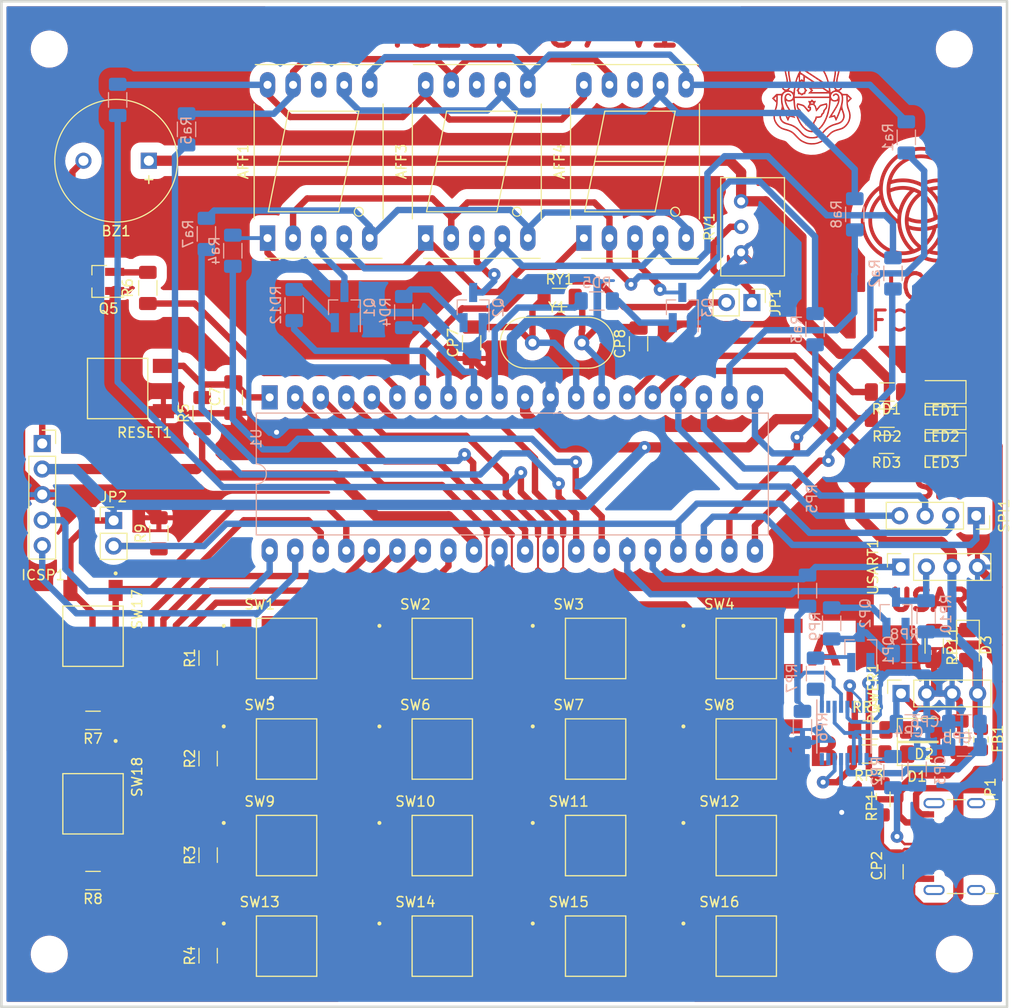
<source format=kicad_pcb>
(kicad_pcb (version 20221018) (generator pcbnew)
  (layers (0 "F.Cu" signal) (31 "B.Cu" signal) (34 "B.Paste" user) (35 "F.Paste" user) (36 "B.SilkS" user "B.Silkscreen") (37 "F.SilkS" user "F.Silkscreen") (38 "B.Mask" user) (39 "F.Mask" user) (44 "Edge.Cuts" user))
  (net 0 "")
  (net 1 "MCLR")
  (net 2 "Net-(LED1-A)")
  (net 3 "Net-(U1-RA7{slash}OSC1{slash}CLKIN)")
  (net 4 "Net-(U1-RA6{slash}OSC2{slash}CLKOUT)")
  (net 5 "Net-(BZ1-+)")
  (net 6 "RA4")
  (net 7 "RA5")
  (net 8 "e")
  (net 9 "d")
  (net 10 "GND")
  (net 11 "Net-(CP1-Pad2)")
  (net 12 "Net-(P1-D+)")
  (net 13 "SDO")
  (net 14 "RA1")
  (net 15 "RC0")
  (net 16 "Net-(LED2-A)")
  (net 17 "RC1")
  (net 18 "SDI")
  (net 19 "Net-(Q1-C)")
  (net 20 "RD0")
  (net 21 "RD1")
  (net 22 "RD2")
  (net 23 "SCK")
  (net 24 "RA2")
  (net 25 "Net-(P1-D-)")
  (net 26 "+3.3V")
  (net 27 "c")
  (net 28 "DP")
  (net 29 "b")
  (net 30 "a")
  (net 31 "+5V")
  (net 32 "Net-(D1-K)")
  (net 33 "RD3")
  (net 34 "RB0")
  (net 35 "RB1")
  (net 36 "RB2")
  (net 37 "f")
  (net 38 "g")
  (net 39 "Net-(LED3-A)")
  (net 40 "RC2")
  (net 42 "Net-(D2-K)")
  (net 43 "Net-(U2-USBDM)")
  (net 44 "Net-(U2-USBDP)")
  (net 46 "Net-(U2-CBUS1)")
  (net 47 "Net-(U2-CBUS2)")
  (net 48 "TXpic")
  (net 49 "RXpic")
  (net 52 "RB3")
  (net 56 "RA0")
  (net 57 "ICSPCLK")
  (net 58 "ICSPDAT")
  (net 59 "RA3")
  (net 60 "Net-(JP1-A)")
  (net 61 "Net-(Q2-C)")
  (net 62 "Net-(Q3-C)")
  (net 63 "Net-(Q1-B)")
  (net 64 "Net-(Q2-B)")
  (net 65 "Net-(Q3-B)")
  (net 66 "RD4")
  (net 67 "RD5")
  (net 68 "RD6")
  (net 69 "RD7")
  (net 70 "RE1")
  (net 71 "RE2")
  (net 72 "RE0")
  (net 73 "RB4")
  (net 74 "RB5")
  (net 75 "Net-(Q5-B)")
  (net 76 "Net-(QP1-B)")
  (net 77 "Net-(QP1-C)")
  (net 78 "Net-(QP2-B)")
  (net 79 "Net-(U2-RXD)")
  (net 80 "Net-(U2-TXD)")
  (net 81 "Net-(D3-K)")
  (footprint "GitHub:SW_TS04-66-43-BK-100-SMT" (layer "F.Cu") (at 89.31 79.6)
    (fp_text reference "SW4")
    (fp_text value "SW_Push")
  )
  (footprint "Crystal:Crystal_HC18-U_Vertical" (layer "F.Cu") (at 68.05 49.2)
    (fp_text reference "Y1")
    (fp_text value "Crystal")
  )
  (footprint "Taller:Logo" (layer "F.Cu") (at 106.7 36)
    (fp_text reference "TCdE FCEFYN" hide)
    (fp_text value "Logo" hide)
  )
  (footprint "Resistor_SMD:R_1206_3216Metric_Pad1.30x1.75mm_HandSolder" (layer "F.Cu") (at 24.35 102.68 180)
    (fp_text reference "R8")
    (fp_text value "10K")
  )
  (footprint "LED_SMD:LED_1206_3216Metric_Pad1.42x1.75mm_HandSolder" (layer "F.Cu") (at 106.8 87.7)
    (fp_text reference "D2")
    (fp_text value "LED")
  )
  (footprint "Capacitor_SMD:C_1206_3216Metric_Pad1.33x1.80mm_HandSolder" (layer "F.Cu") (at 110.52 88.375 -90)
    (fp_text reference "CP1")
    (fp_text value "10nF")
  )
  (footprint "GitHub:SW_TS04-66-43-BK-100-SMT" (layer "F.Cu") (at 59.08 89.6)
    (fp_text reference "SW6")
    (fp_text value "SW_Push")
  )
  (footprint "GitHub:SW_TS04-66-43-BK-100-SMT" (layer "F.Cu") (at 89.31 89.6)
    (fp_text reference "SW8")
    (fp_text value "SW_Push")
  )
  (footprint "GitHub:SW_TS04-66-43-BK-100-SMT" (layer "F.Cu") (at 43.6 89.6)
    (fp_text reference "SW5")
    (fp_text value "SW_Push")
  )
  (footprint "LED_SMD:LED_1206_3216Metric_Pad1.42x1.75mm_HandSolder" (layer "F.Cu") (at 108.7 59.3 180)
    (fp_text reference "LED3")
    (fp_text value "LED")
  )
  (footprint "Resistor_SMD:R_1206_3216Metric_Pad1.30x1.75mm_HandSolder" (layer "F.Cu") (at 70.75 44.7)
    (fp_text reference "RY1")
    (fp_text value "10M")
  )
  (footprint "Resistor_SMD:R_1206_3216Metric_Pad1.30x1.75mm_HandSolder" (layer "F.Cu") (at 103.3 56.7 180)
    (fp_text reference "RD2")
    (fp_text value "220R")
  )
  (footprint "Capacitor_SMD:C_1206_3216Metric_Pad1.33x1.80mm_HandSolder" (layer "F.Cu") (at 78.6 49.3 90)
    (fp_text reference "CP8")
    (fp_text value "47pF")
  )
  (footprint "Display_7Segment:7SegmentLED_LTS6760_LTS6780" (layer "F.Cu") (at 73.165 38.79 90)
    (fp_text reference "AFF4")
    (fp_text value "LTS-6980HR" hide)
  )
  (footprint "Capacitor_SMD:C_1206_3216Metric_Pad1.33x1.80mm_HandSolder" (layer "F.Cu") (at 62 49.2 90)
    (fp_text reference "CP7")
    (fp_text value "47pF")
  )
  (footprint "Connector_PinHeader_2.54mm:PinHeader_1x02_P2.54mm_Vertical" (layer "F.Cu") (at 26.4 66.875)
    (fp_text reference "JP2")
    (fp_text value "Jumper_2_Bridged" hide)
  )
  (footprint "Resistor_SMD:R_1206_3216Metric_Pad1.30x1.75mm_HandSolder" (layer "F.Cu") (at 103.25 59.3 180)
    (fp_text reference "RD3")
    (fp_text value "220R")
  )
  (footprint "GitHub:SW_TS04-66-43-BK-100-SMT" (layer "F.Cu") (at 89.31 109.2)
    (fp_text reference "SW16")
    (fp_text value "SW_Push")
  )
  (footprint "Potentiometer_THT:Potentiometer_Bourns_3299W_Vertical" (layer "F.Cu") (at 88.8 35.13 90)
    (fp_text reference "RV1")
    (fp_text value "R_Potentiometer")
  )
  (footprint "Display_7Segment:7SegmentLED_LTS6760_LTS6780" (layer "F.Cu") (at 41.705 38.79 90)
    (fp_text reference "AFF1")
    (fp_text value "LTS-6980HR" hide)
  )
  (footprint "LED_SMD:LED_1206_3216Metric_Pad1.42x1.75mm_HandSolder" (layer "F.Cu") (at 108.7 54.1 180)
    (fp_text reference "LED1")
    (fp_text value "LED")
  )
  (footprint "Buzzer_Beeper:MagneticBuzzer_ProSignal_ABT-410-RC" (layer "F.Cu") (at 29.9 31.1 180)
    (fp_text reference "BZ1")
    (fp_text value "Buzzer")
  )
  (footprint "MountingHole:MountingHole_3.2mm_M3" (layer "F.Cu") (at 110 20)
    (fp_text reference "REF2" hide)
    (fp_text value "MountingHole_3.2mm_M3" hide)
  )
  (footprint "GitHub:SW_TS04-66-43-BK-100-SMT" (layer "F.Cu") (at 43.6 79.6)
    (fp_text reference "SW1")
    (fp_text value "SW_Push")
  )
  (footprint "MountingHole:MountingHole_3.2mm_M3" (layer "F.Cu") (at 110 110)
    (fp_text reference "REF4" hide)
    (fp_text value "MountingHole_3.2mm_M3" hide)
  )
  (footprint "Capacitor_SMD:C_1206_3216Metric_Pad1.33x1.80mm_HandSolder" (layer "F.Cu") (at 38.3 54.65 -90)
    (fp_text reference "C7")
    (fp_text value "100nF")
  )
  (footprint "GitHub:SW_TS04-66-43-BK-100-SMT" (layer "F.Cu") (at 24.35 95.046667 -90)
    (fp_text reference "SW18")
    (fp_text value "SW_Push")
  )
  (footprint "Connector_PinSocket_2.54mm:PinSocket_1x04_P2.54mm_Vertical" (layer "F.Cu") (at 112.18 66.4 -90)
    (fp_text reference "SPI1")
    (fp_text value "Conn_01x04" hide)
  )
  (footprint "GitHub:SW_TS04-66-43-BK-100-SMT" (layer "F.Cu") (at 24.35 78.38 -90)
    (fp_text reference "SW17")
    (fp_text value "SW_Push")
  )
  (footprint "LED_SMD:LED_1206_3216Metric_Pad1.42x1.75mm_HandSolder" (layer "F.Cu") (at 108.7 56.7 180)
    (fp_text reference "LED2")
    (fp_text value "LED")
  )
  (footprint "GitHub:SW_TS04-66-43-BK-100-SMT" (layer "F.Cu") (at 59.08 99.2)
    (fp_text reference "SW10")
    (fp_text value "SW_Push")
  )
  (footprint "MountingHole:MountingHole_3.2mm_M3" (layer "F.Cu") (at 20 110)
    (fp_text reference "REF3" hide)
    (fp_text value "MountingHole_3.2mm_M3" hide)
  )
  (footprint "MountingHole:MountingHole_3.2mm_M3" (layer "F.Cu") (at 20 20)
    (fp_text reference "REF1" hide)
    (fp_text value "MountingHole_3.2mm_M3" hide)
  )
  (footprint "Resistor_SMD:R_1206_3216Metric_Pad1.30x1.75mm_HandSolder" (layer "F.Cu") (at 108 79.35 -90)
    (fp_text reference "RP11")
    (fp_text value "220R")
  )
  (footprint "Resistor_SMD:R_1206_3216Metric_Pad1.30x1.75mm_HandSolder" (layer "F.Cu") (at 35.8 110.15 90)
    (fp_text reference "R4")
    (fp_text value "10K")
  )
  (footprint "Resistor_SMD:R_1206_3216Metric_Pad1.30x1.75mm_HandSolder" (layer "F.Cu") (at 101.65 87.7 180)
    (fp_text reference "RP4")
    (fp_text value "220R")
  )
  (footprint "Resistor_SMD:R_1206_3216Metric_Pad1.30x1.75mm_HandSolder" (layer "F.Cu") (at 30.9 68.15 90)
    (fp_text reference "R9")
    (fp_text value "10K")
  )
  (footprint "Resistor_SMD:R_1206_3216Metric_Pad1.30x1.75mm_HandSolder" (layer "F.Cu") (at 35.2 56.2 90)
    (fp_text reference "R5")
    (fp_text value "10K")
  )
  (footprint "GitHub:SW_TS04-66-43-BK-100-SMT" (layer "F.Cu") (at 26.8 53.75 180)
    (fp_text reference "RESET1")
    (fp_text value "SW_Push")
  )
  (footprint "Display_7Segment:7SegmentLED_LTS6760_LTS6780" (layer "F.Cu") (at 57.435 38.79 90)
    (fp_text reference "AFF3")
    (fp_text value "LTS-6980HR" hide)
  )
  (footprint "Resistor_SMD:R_1206_3216Metric_Pad1.30x1.75mm_HandSolder" (layer "F.Cu") (at 101.55 90.1 180)
    (fp_text reference "RP3")
    (fp_text value "220R")
  )
  (footprint "GitHub:SW_TS04-66-43-BK-100-SMT" (layer "F.Cu") (at 59.08 79.6)
    (fp_text reference "SW2")
    (fp_text value "SW_Push")
  )
  (footprint "Resistor_SMD:R_1206_3216Metric_Pad1.30x1.75mm_HandSolder" (layer "F.Cu") (at 35.8 80.55 90)
    (fp_text reference "R1")
    (fp_text value "10K")
  )
  (footprint "GitHub:SW_TS04-66-43-BK-100-SMT" (layer "F.Cu") (at 74.33 99.2)
    (fp_text reference "SW11")
    (fp_text value "SW_Push")
  )
  (footprint "Resistor_SMD:R_1206_3216Metric_Pad1.30x1.75mm_HandSolder" (layer "F.Cu") (at 35.8 100.15 90)
    (fp_text reference "R3")
    (fp_text value "10K")
  )
  (footprint "GitHub:SW_TS04-66-43-BK-100-SMT" (layer "F.Cu") (at 43.6 99.2)
    (fp_text reference "SW9")
    (fp_text value "SW_Push")
  )
  (footprint "Libreria_Propia:unc_logo_8x11mm" (layer "F.Cu") (at 95.85 24)
    (fp_text reference "G***" hide)
    (fp_text value "LOGO" hide)
  )
  (footprint "Inductor_SMD:L_0805_2012Metric_Pad1.15x1.40mm_HandSolder" (layer "F.Cu") (at 112.65 88.65 -90)
    (fp_text reference "FB1")
    (fp_text value "FerriteBead")
  )
  (footprint "Connector_PinHeader_2.54mm:PinHeader_1x02_P2.54mm_Vertical" (layer "F.Cu") (at 89.875 45.2 -90)
    (fp_text reference "JP1")
    (fp_text value "Jumper_2_Bridged" hide)
  )
  (footprint "LED_SMD:LED_1206_3216Metric_Pad1.42x1.75mm_HandSolder" (layer "F.Cu") (at 106.8 90.1)
    (fp_text reference "D1")
    (fp_text value "LED")
  )
  (footprint "GitHub:SW_TS04-66-43-BK-100-SMT" (layer "F.Cu") (at 43.6 109.2)
    (fp_text reference "SW13")
    (fp_text value "SW_Push")
  )
  (footprint "Resistor_SMD:R_1206_3216Metric_Pad1.30x1.75mm_HandSolder" (layer "F.Cu") (at 103.3 54.1 180)
    (fp_text reference "RD1")
    (fp_text value "220R")
  )
  (footprint "Resistor_SMD:R_1206_3216Metric_Pad1.30x1.75mm_HandSolder" (layer "F.Cu") (at 24.35 86.75 180)
    (fp_text reference "R7")
    (fp_text value "10K")
  )
  (footprint "Resistor_SMD:R_1206_3216Metric_Pad1.30x1.75mm_HandSolder" (layer "F.Cu") (at 35.8 90.55 90)
    (fp_text reference "R2")
    (fp_text value "10K")
  )
  (footprint "Taller:Logo" (layer "F.Cu") (at 106.7 36)
    (fp_text reference "TCdE FCEFYN" hide)
    (fp_text value "Logo" hide)
  )
  (footprint "Libreria_Propia:unc_logo_8x11mm" (layer "F.Cu") (at 95.85 24)
    (fp_text reference "G***" hide)
    (fp_text value "LOGO" hide)
  )
  (footprint "Capacitor_SMD:C_1206_3216Metric_Pad1.33x1.80mm_HandSolder" (layer "F.Cu") (at 104 101.8 -90)
    (fp_text reference "CP2")
    (fp_text value "47pF")
  )
  (footprint "GitHub:SW_TS04-66-43-BK-100-SMT" (layer "F.Cu") (at 74.33 89.6)
    (fp_text reference "SW7")
    (fp_text value "SW_Push")
  )
  (footprint "Resistor_SMD:R_1206_3216Metric_Pad1.30x1.75mm_HandSolder" (layer "F.Cu") (at 29.8 43.75 -90)
    (fp_text reference "R6")
    (fp_text value "4.7k")
  )
  (footprint "Connector_PinSocket_2.54mm:PinSocket_1x04_P2.54mm_Vertical" (layer "F.Cu") (at 104.7 84.075 90)
    (fp_text reference "POWER1")
    (fp_text value "Conn_01x04" hide)
  )
  (footprint "Connector_PinSocket_2.54mm:PinSocket_1x05_P2.54mm_Vertical" (layer "F.Cu") (at 19.3 59.22)
    (fp_text reference "ICSP1")
    (fp_text value "Conn_01x05_Socket" hide)
  )
  (footprint "Package_TO_SOT_SMD:SOT-23_Handsoldering" (layer "F.Cu") (at 25 43.1 180)
    (fp_text reference "Q5")
    (fp_text value "2N3904")
  )
  (footprint "GitHub:SW_TS04-66-43-BK-100-SMT" (layer "F.Cu") (at 74.33 79.6)
    (fp_text reference "SW3")
    (fp_text value "SW_Push")
  )
  (footprint "GitHub:SW_TS04-66-43-BK-100-SMT" (layer "F.Cu") (at 59.08 109.2)
    (fp_text reference "SW14")
    (fp_text value "SW_Push")
  )
  (footprint "Connector_PinSocket_2.54mm:PinSocket_1x04_P2.54mm_Vertical" (layer "F.Cu") (at 104.68 71.5 90)
    (fp_text reference "USART1")
    (fp_text value "Conn_01x04" hide)
  )
  (footprint "GitHub:SW_TS04-66-43-BK-100-SMT" (layer "F.Cu") (at 89.31 99.2)
    (fp_text reference "SW12")
    (fp_text value "SW_Push")
  )
  (footprint "Resistor_SMD:R_1206_3216Metric_Pad1.30x1.75mm_HandSolder" (layer "F.Cu") (at 102.7 94.6 -90)
    (fp_text reference "RP1")
    (fp_text value "27R")
  )
  (footprint "LED_SMD:LED_1206_3216Metric_Pad1.42x1.75mm_HandSolder" (layer "F.Cu") (at 111.35 79.2625 -90)
    (fp_text reference "D3")
    (fp_text value "LED")
  )
  (footprint "GitHub:SW_TS04-66-43-BK-100-SMT" (layer "F.Cu") (at 74.33 109.2)
    (fp_text reference "SW15")
    (fp_text value "SW_Push")
  )
  (footprint "Connector_USB:USB_C_Receptacle_GCT_USB4105-xx-A_16P_TopMnt_Horizontal" (layer "F.Cu") (at 111.09 99.3 90)
    (fp_text reference "P1")
    (fp_text value "USB_C_Plug_USB2.0")
  )
  (footprint "Package_TO_SOT_SMD:SOT-23_Handsoldering" (layer "B.Cu") (at 49.35 45.7 90)
    (fp_text reference "Q1")
    (fp_text value "2N3904")
  )
  (footprint "Resistor_SMD:R_1206_3216Metric_Pad1.30x1.75mm_HandSolder" (layer "B.Cu") (at 107.2 76.4 90)
    (fp_text reference "RP10")
    (fp_text value "10K")
  )
  (footprint "Resistor_SMD:R_1206_3216Metric_Pad1.30x1.75mm_HandSolder" (layer "B.Cu") (at 100.1 36.425 -90)
    (fp_text reference "Ra8")
    (fp_text value "220R")
  )
  (footprint "Resistor_SMD:R_1206_3216Metric_Pad1.30x1.75mm_HandSolder" (layer "B.Cu") (at 26.8 25.05 -90)
    (fp_text reference "Ra6")
    (fp_text value "220R")
  )
  (footprint "Package_TO_SOT_SMD:SOT-23_Handsoldering" (layer "B.Cu") (at 62.15 45.7 90)
    (fp_text reference "Q2")
    (fp_text value "2N3904")
  )
  (footprint "Package_TO_SOT_SMD:SOT-23_Handsoldering" (layer "B.Cu") (at 100.7 79.5 90)
    (fp_text reference "QP1")
    (fp_text value "2N3904")
  )
  (footprint "Resistor_SMD:R_1206_3216Metric_Pad1.30x1.75mm_HandSolder" (layer "B.Cu") (at 33.65 27.975 -90)
    (fp_text reference "Ra5")
    (fp_text value "220R")
  )
  (footprint "Package_TO_SOT_SMD:SOT-23_Handsoldering" (layer "B.Cu") (at 104.2 76 90)
    (fp_text reference "QP2")
    (fp_text value "2N3904")
  )
  (footprint "Resistor_SMD:R_1206_3216Metric_Pad1.30x1.75mm_HandSolder" (layer "B.Cu") (at 94.9 87.4 -90)
    (fp_text reference "RP6")
    (fp_text value "3K3")
  )
  (footprint "Package_TO_SOT_SMD:SOT-23_Handsoldering" (layer "B.Cu") (at 82.95 45.7 90)
    (fp_text reference "Q3")
    (fp_text value "2N3904")
  )
  (footprint "Resistor_SMD:R_1206_3216Metric_Pad1.30x1.75mm_HandSolder" (layer "B.Cu") (at 105.5 80.1 180)
    (fp_text reference "RP8")
    (fp_text value "10K")
  )
  (footprint "Resistor_SMD:R_1206_3216Metric_Pad1.30x1.75mm_HandSolder" (layer "B.Cu") (at 105.225 28.775 -90)
    (fp_text reference "Ra1")
    (fp_text value "220R")
  )
  (footprint "Capacitor_SMD:C_1206_3216Metric_Pad1.33x1.80mm_HandSolder" (layer "B.Cu") (at 106.3 91.6 90)
    (fp_text reference "CP3")
    (fp_text value "47pF")
  )
  (footprint "Capacitor_SMD:C_1206_3216Metric_Pad1.33x1.80mm_HandSolder" (layer "B.Cu") (at 111 87.1)
    (fp_text reference "CP6")
    (fp_text value "100nF")
  )
  (footprint "Capacitor_SMD:C_1206_3216Metric_Pad1.33x1.80mm_HandSolder" (layer "B.Cu") (at 111 89.4)
    (fp_text reference "CP5")
    (fp_text value "4,7uF")
  )
  (footprint "Capacitor_SMD:C_1206_3216Metric_Pad1.33x1.80mm_HandSolder" (layer "B.Cu") (at 105.8 87.1 180)
    (fp_text reference "CP4")
    (fp_text value "100nF")
  )
  (footprint "Package_DIP:DIP-40_W15.24mm_LongPads" (layer "B.Cu") (at 41.915 54.63 -90)
    (fp_text reference "U1")
    (fp_text value "PIC16F887-IP")
  )
  (footprint "Resistor_SMD:R_1206_3216Metric_Pad1.30x1.75mm_HandSolder" (layer "B.Cu") (at 103.9 42.3 -90)
    (fp_text reference "Ra2")
    (fp_text value "220R")
  )
  (footprint "Resistor_SMD:R_1206_3216Metric_Pad1.30x1.75mm_HandSolder" (layer "B.Cu") (at 97.8 77.1 -90)
    (fp_text reference "RP9")
    (fp_text value "1K")
  )
  (footprint "Resistor_SMD:R_1206_3216Metric_Pad1.30x1.75mm_HandSolder" (layer "B.Cu") (at 96.2 82.1 -90)
    (fp_text reference "RP7")
    (fp_text value "4K7")
  )
  (footprint "Resistor_SMD:R_1206_3216Metric_Pad1.30x1.75mm_HandSolder" (layer "B.Cu") (at 55.25 46.15 -90)
    (fp_text reference "RD4")
    (fp_text value "4.7k")
  )
  (footprint "Resistor_SMD:R_1206_3216Metric_Pad1.30x1.75mm_HandSolder" (layer "B.Cu") (at 74.45 45.05 180)
    (fp_text reference "RD5")
    (fp_text value "4.7k")
  )
  (footprint "Resistor_SMD:R_1206_3216Metric_Pad1.30x1.75mm_HandSolder" (layer "B.Cu") (at 44.35 45.45 -90)
    (fp_text reference "RD12")
    (fp_text value "4.7k")
  )
  (footprint "Resistor_SMD:R_1206_3216Metric_Pad1.30x1.75mm_HandSolder" (layer "B.Cu") (at 95.4 73.85 -90)
    (fp_text reference "RP5")
    (fp_text value "2K2")
  )
  (footprint "Resistor_SMD:R_1206_3216Metric_Pad1.30x1.75mm_HandSolder" (layer "B.Cu") (at 38.25 40.05 -90)
    (fp_text reference "Ra4")
    (fp_text value "220R")
  )
  (footprint "Package_SO:SSOP-16_3.9x4.9mm_P0.635mm" (layer "B.Cu") (at 99.0525 88 -90)
    (fp_text reference "U2" hide)
    (fp_text value "FT230XS")
  )
  (footprint "Resistor_SMD:R_1206_3216Metric_Pad1.30x1.75mm_HandSolder" (layer "B.Cu") (at 103.9 91.9 -90)
    (fp_text reference "RP2")
    (fp_text value "27R")
  )
  (footprint "Resistor_SMD:R_1206_3216Metric_Pad1.30x1.75mm_HandSolder" (layer "B.Cu") (at 96.15 47.85 -90)
    (fp_text reference "Ra3")
    (fp_text value "220R")
  )
  (footprint "Resistor_SMD:R_1206_3216Metric_Pad1.30x1.75mm_HandSolder" (layer "B.Cu") (at 35.625 38.375 -90)
    (fp_text reference "Ra7")
    (fp_text value "220R")
  )
  (gr_rect locked (start 15.24 15.24) (end 115.24 115.24) (stroke (width 0.25)) (fill none) (layer "Edge.Cuts"))
  (gr_text "USART" (at 103.3 76) (layer "F.Cu") (effects (font (size 2.032 2.032) (thickness 0.508) bold) (justify left bottom)))
  (gr_text "0" (at 65.15 111.15) (layer "F.Cu") (effects (font (size 4 4) (thickness 0.5)) (justify left bottom)))
  (gr_text "7" (at 49.95 101.3) (layer "F.Cu") (effects (font (size 4 4) (thickness 0.5)) (justify left bottom)))
  (gr_text "»" (at 17.5 91.5 -90) (layer "F.Cu") (effects (font (size 4 7) (thickness 0.5) bold) (justify left bottom)))
  (gr_text "8" (at 65.15 101.15) (layer "F.Cu") (effects (font (size 4 4) (thickness 0.5)) (justify left bottom)))
  (gr_text "1" (at 49.95 81.8) (layer "F.Cu") (effects (font (size 4 4) (thickness 0.5)) (justify left bottom)))
  (gr_text "5" (at 65.15 91.65) (layer "F.Cu") (effects (font (size 4 4) (thickness 0.5)) (justify left bottom)))
  (gr_text "EV PIC16F887 v1.0" (at 43 20) (layer "F.Cu") (effects (font (size 3 3) (thickness 0.508) bold) (justify left bottom)))
  (gr_text "D" (at 95.45 111.3) (layer "F.Cu") (effects (font (size 3 3) (thickness 0.4375) bold) (justify left bottom)))
  (gr_text "A" (at 95.45 81.8) (layer "F.Cu") (effects (font (size 3 3) (thickness 0.875) bold) (justify left bottom)))
  (gr_text "4" (at 49.95 91.8) (layer "F.Cu") (effects (font (size 4 4) (thickness 0.5)) (justify left bottom)))
  (gr_text "6" (at 80.3 91.8) (layer "F.Cu") (effects (font (size 4 4) (thickness 0.5)) (justify left bottom)))
  (gr_text "SPI" (at 105.7 64.8) (layer "F.Cu") (effects (font (size 2.032 2.032) (thickness 0.508) bold) (justify left bottom)))
  (gr_text "B" (at 95.45 91.8) (layer "F.Cu") (effects (font (size 3 3) (thickness 0.875) bold) (justify left bottom)))
  (gr_text "3" (at 80.3 81.65) (layer "F.Cu") (effects (font (size 4 4) (thickness 0.5)) (justify left bottom)))
  (gr_text "C" (at 95.45 101.3) (layer "F.Cu") (effects (font (size 3 3) (thickness 0.875) bold) (justify left bottom)))
  (gr_text "E\nN\nT" (at 50.4 113.25) (layer "F.Cu") (effects (font (size 2 1.8) (thickness 0.36) bold) (justify left bottom)))
  (gr_text "2" (at 65.15 81.65) (layer "F.Cu") (effects (font (size 4 4) (thickness 0.5)) (justify left bottom)))
  (gr_text "9" (at 80.35 101.45) (layer "F.Cu") (effects (font (size 4 4) (thickness 0.5)) (justify left bottom)))
  (gr_text "»" (at 21.5 82 90) (layer "F.Cu") (effects (font (size 4 7) (thickness 0.5) bold) (justify left bottom)))
  (gr_text "E\nS\nC" (at 80.85 113.35) (layer "F.Cu") (effects (font (size 2 1.75) (thickness 0.36) bold) (justify left bottom)))
  (segment (start 33.35 51.5) (end 31.35 51.5) (width 0.635) (layer "F.Cu") (net 1))
  (segment (start 22.25 51.5) (end 21.1 51.5) (width 0.635) (layer "F.Cu") (net 1))
  (segment (start 38.3 53.0875) (end 38.0375 53.35) (width 0.635) (layer "F.Cu") (net 1))
  (segment (start 39.8425 54.63) (end 38.3 53.0875) (width 0.635) (layer "F.Cu") (net 1))
  (segment (start 21.1 51.5) (end 19.3 53.3) (width 0.635) (layer "F.Cu") (net 1))
  (segment (start 19.3 53.3) (end 19.3 59.22) (width 0.635) (layer "F.Cu") (net 1))
  (segment (start 35.2 54.65) (end 35.2 53.35) (width 0.635) (layer "F.Cu") (net 1))
  (segment (start 38.0375 53.35) (end 35.2 53.35) (width 0.635) (layer "F.Cu") (net 1))
  (segment (start 41.915 54.63) (end 39.8425 54.63) (width 0.635) (layer "F.Cu") (net 1))
  (segment (start 35.2 53.35) (end 33.35 51.5) (width 0.635) (layer "F.Cu") (net 1))
  (segment (start 104.85 54.1) (end 107.2125 54.1) (width 0.635) (layer "F.Cu") (net 2))
  (segment (start 68.05 45.85) (end 68.05 48.3) (width 0.635) (layer "F.Cu") (net 3))
  (segment (start 69.2 44.7) (end 68.05 45.85) (width 0.635) (layer "F.Cu") (net 3))
  (segment (start 66.4875 47.6375) (end 68.05 49.2) (width 0.635) (layer "F.Cu") (net 3))
  (segment (start 68.05 48.3) (end 68.05 49.2) (width 0.635) (layer "F.Cu") (net 3))
  (segment (start 62 47.6375) (end 66.4875 47.6375) (width 0.635) (layer "F.Cu") (net 3))
  (segment (start 72.395 51.405) (end 72.395 54.63) (width 0.635) (layer "B.Cu") (net 3))
  (segment (start 72.4 51.4) (end 72.395 51.405) (width 0.635) (layer "B.Cu") (net 3))
  (segment (start 70.2 49.2) (end 72.4 51.4) (width 0.635) (layer "B.Cu") (net 3))
  (segment (start 68.05 49.2) (end 70.2 49.2) (width 0.635) (layer "B.Cu") (net 3))
  (segment (start 79 47.6375) (end 74.5125 47.6375) (width 0.635) (layer "F.Cu") (net 4))
  (segment (start 73 45.4) (end 73 48) (width 0.635) (layer "F.Cu") (net 4))
  (segment (start 72.95 48.05) (end 72.95 49.2) (width 0.635) (layer "F.Cu") (net 4))
  (segment (start 73 48) (end 72.95 48.05) (width 0.635) (layer "F.Cu") (net 4))
  (segment (start 72.3 44.7) (end 73 45.4) (width 0.635) (layer "F.Cu") (net 4))
  (segment (start 74.5125 47.6375) (end 72.95 49.2) (width 0.635) (layer "F.Cu") (net 4))
  (segment (start 74.935 51.165) (end 74.935 54.63) (width 0.635) (layer "B.Cu") (net 4))
  (segment (start 75 54.565) (end 74.935 54.63) (width 0.635) (layer "B.Cu") (net 4))
  (segment (start 72.95 49.2) (end 74.85 51.1) (width 0.635) (layer "B.Cu") (net 4))
  (segment (start 23.5 43.1) (end 22.3 41.9) (width 0.635) (layer "F.Cu") (net 5))
  (segment (start 22.3 41.9) (end 22.3 32.2) (width 0.635) (layer "F.Cu") (net 5))
  (segment (start 22.3 32.2) (end 23.4 31.1) (width 0.635) (layer "F.Cu") (net 5))
  (segment (start 53 52.2) (end 41.35 52.2) (width 0.635) (layer "F.Cu") (net 6))
  (segment (start 41.35 52.2) (end 34.45 45.3) (width 0.635) (layer "F.Cu") (net 6))
  (segment (start 34.45 45.3) (end 29.8 45.3) (width 0.635) (layer "F.Cu") (net 6))
  (segment (start 54.615 54.63) (end 54.615 53.815) (width 0.635) (layer "F.Cu") (net 6))
  (segment (start 54.615 53.815) (end 53 52.2) (width 0.635) (layer "F.Cu") (net 6))
  (segment (start 61.075 45.775) (end 61.1 45.8) (width 0.635) (layer "F.Cu") (net 7))
  (segment (start 74.6 43.105) (end 77.145 45.65) (width 0.635) (layer "F.Cu") (net 7))
  (segment (start 57 55) (end 57 54.785) (width 0.254) (layer "F.Cu") (net 7))
  (segment (start 57.155 54.63) (end 57.155 49.695) (width 0.635) (layer "F.Cu") (net 7))
  (segment (start 68.095 43.105) (end 74.6 43.105) (width 0.635) (layer "F.Cu") (net 7))
  (segment (start 61.1 45.8) (end 65.4 45.8) (width 0.635) (layer "F.Cu") (net 7))
  (segment (start 83.45 45.65) (end 83.9 45.2) (width 0.635) (layer "F.Cu") (net 7))
  (segment (start 57.155 49.695) (end 61.075 45.775) (width 0.635) (layer "F.Cu") (net 7))
  (segment (start 65.4 45.8) (end 68.095 43.105) (width 0.635) (layer "F.Cu") (net 7))
  (segment (start 57 54.785) (end 57.155 54.63) (width 0.254) (layer "F.Cu") (net 7))
  (segment (start 77.145 45.65) (end 83.45 45.65) (width 0.635) (layer "F.Cu") (net 7))
  (segment (start 83.9 45.2) (end 87.335 45.2) (width 0.635) (layer "F.Cu") (net 7))
  (segment (start 55.3 41.65) (end 57.435 39.515) (width 0.635) (layer "F.Cu") (net 8))
  (segment (start 57.435 39.515) (end 57.435 38.79) (width 0.635) (layer "F.Cu") (net 8))
  (segment (start 41.705 38.79) (end 41.705 40.255) (width 0.635) (layer "F.Cu") (net 8))
  (segment (start 62.795 44.15) (end 64.7 44.15) (width 0.635) (layer "F.Cu") (net 8))
  (segment (start 57.435 38.79) (end 62.795 44.15) (width 0.635) (layer "F.Cu") (net 8))
  (segment (start 67.2 41.65) (end 70.305 41.65) (width 0.635) (layer "F.Cu") (net 8))
  (segment (start 64.7 44.15) (end 67.2 41.65) (width 0.635) (layer "F.Cu") (net 8))
  (segment (start 70.305 41.65) (end 73.165 38.79) (width 0.635) (layer "F.Cu") (net 8))
  (segment (start 41.705 40.255) (end 43.1 41.65) (width 0.635) (layer "F.Cu") (net 8))
  (segment (start 43.1 41.65) (end 55.3 41.65) (width 0.635) (layer "F.Cu") (net 8))
  (segment (start 38.25 38.5) (end 38.54 38.79) (width 0.381) (layer "B.Cu") (net 8))
  (segment (start 38.54 38.79) (end 41.705 38.79) (width 0.381) (layer "B.Cu") (net 8))
  (segment (start 59.975 36.725) (end 59.975 38.79) (width 0.635) (layer "F.Cu") (net 9))
  (segment (start 74.2 35.25) (end 75.705 36.755) (width 0.635) (layer "F.Cu") (net 9))
  (segment (start 59.975 36.875) (end 61.6 35.25) (width 0.635) (layer "F.Cu") (net 9))
  (segment (start 45.65 34.85) (end 58.1 34.85) (width 0.635) (layer "F.Cu") (net 9))
  (segment (start 58.1 34.85) (end 59.975 36.725) (width 0.635) (layer "F.Cu") (net 9))
  (segment (start 44.245 38.79) (end 44.245 36.255) (width 0.635) (layer "F.Cu") (net 9))
  (segment (start 44.245 36.255) (end 45.65 34.85) (width 0.635) (layer "F.Cu") (net 9))
  (segment (start 75.705 36.755) (end 75.705 38.79) (width 0.635) (layer "F.Cu") (net 9))
  (segment (start 77.85 43.4) (end 75.705 41.255) (width 0.635) (layer "F.Cu") (net 9))
  (segment (start 61.6 35.25) (end 74.2 35.25) (width 0.635) (layer "F.Cu") (net 9))
  (segment (start 59.975 38.79) (end 59.975 36.875) (width 0.635) (layer "F.Cu") (net 9))
  (segment (start 75.705 41.255) (end 75.705 38.79) (width 0.635) (layer "F.Cu") (net 9))
  (via (at 77.85 43.4) (size 1.25) (drill 0.5) (layers "F.Cu" "B.Cu") (net 9))
  (segment (start 77.85 43.4) (end 78.65 42.6) (width 0.635) (layer "B.Cu") (net 9))
  (segment (start 96.15 38.65) (end 96.15 46.3) (width 0.635) (layer "B.Cu") (net 9))
  (segment (start 78.65 42.6) (end 84.6 42.6) (width 0.635) (layer "B.Cu") (net 9))
  (segment (start 90.65 33.15) (end 96.15 38.65) (width 0.635) (layer "B.Cu") (net 9))
  (segment (start 87.65 33.15) (end 90.65 33.15) (width 0.635) (layer "B.Cu") (net 9))
  (segment (start 86.7 40.5) (end 86.7 34.1) (width 0.635) (layer "B.Cu") (net 9))
  (segment (start 86.7 34.1) (end 87.65 33.15) (width 0.635) (layer "B.Cu") (net 9))
  (segment (start 84.6 42.6) (end 86.7 40.5) (width 0.635) (layer "B.Cu") (net 9))
  (segment (start 41.35 79.6) (end 36.4 79.6) (width 1.016) (layer "F.Cu") (net 10))
  (segment (start 91.25 47.35) (end 92.75 45.85) (width 0.635) (layer "F.Cu") (net 10))
  (segment (start 22.25 56) (end 26.7 56) (width 1.016) (layer "F.Cu") (net 10))
  (segment (start 41.95 99.05) (end 42.1 98.9) (width 1.016) (layer "F.Cu") (net 10))
  (segment (start 22.8 102.68) (end 22.8 104.8) (width 0.635) (layer "F.Cu") (net 10))
  (segment (start 42.1 112.85) (end 41.25 113.7) (width 1.016) (layer "F.Cu") (net 10))
  (segment (start 113.4 93.5) (end 114.3 92.6) (width 1.016) (layer "F.Cu") (net 10))
  (segment (start 40.050497 58.100497) (end 38.3 56.35) (width 1.016) (layer "F.Cu") (net 10))
  (segment (start 114.3 92.6) (end 114.3 82.9) (width 1.016) (layer "F.Cu") (net 10))
  (segment (start 110.52 84.815) (end 109.78 84.075) (width 0.635) (layer "F.Cu") (net 10))
  (segment (start 26.7 49.3) (end 24.5 47.1) (width 1.016) (layer "F.Cu") (net 10))
  (segment (start 22.9 104.9) (end 20.3 104.9) (width 1.016) (layer "F.Cu") (net 10))
  (segment (start 109.65 79.25) (end 114.3 79.25) (width 0.889) (layer "F.Cu") (net 10))
  (segment (start 35.8 89) (end 36.3 89.5) (width 1.016) (layer "F.Cu") (net 10))
  (segment (start 69.855 52.955) (end 69.855 54.63) (width 0.635) (layer "F.Cu") (net 10))
  (segment (start 99.3 96.4) (end 99.3 101.2) (width 1.016) (layer "F.Cu") (net 10))
  (segment (start 79 50.7625) (end 77.9625 51.8) (width 0.635) (layer "F.Cu") (net 10))
  (segment (start 22.8 104.8) (end 22.9 104.9) (width 0.635) (layer "F.Cu") (net 10))
  (segment (start 107.24 84.075) (end 108.65 84.075) (width 0.635) (layer "F.Cu") (net 10))
  (segment (start 35.8 108.6) (end 41.9 108.6) (width 0.635) (layer "F.Cu") (net 10))
  (segment (start 31.35 56) (end 33.35 56) (width 0.635) (layer "F.Cu") (net 10))
  (segment (start 114.3 73.5) (end 114.3 59.5) (width 1.016) (layer "F.Cu") (net 10))
  (segment (start 105.7375 103.3625) (end 105.8 103.3) (width 0.635) (layer "F.Cu") (net 10))
  (segment (start 105.8 104.2) (end 106.8 105.2) (width 0.635) (layer "F.Cu") (net 10))
  (segment (start 109.4 105.2) (end 110.4 104.2) (width 0.635) (layer "F.Cu") (net 10))
  (segment (start 114.3 82.9) (end 114.3 79.25) (width 1.016) (layer "F.Cu") (net 10))
  (segment (start 20.3 104.9) (end 17.3 101.9) (width 1.016) (layer "F.Cu") (net 10))
  (segment (start 19.2 47.1) (end 24.5 47.1) (width 1.016) (layer "F.Cu") (net 10))
  (segment (start 78.8875 50.8625) (end 82.4 47.35) (width 0.635) (layer "F.Cu") (net 10))
  (segment (start 42.1 98.9) (end 42.1 108.8) (width 1.016) (layer "F.Cu") (net 10))
  (segment (start 28.6 64.3) (end 19.3 64.3) (width 1.016) (layer "F.Cu") (net 10))
  (segment (start 114.3 73.5) (end 112.3 71.5) (width 0.889) (layer "F.Cu") (net 10))
  (segment (start 38.3 56.35) (end 38.3 56.2125) (width 1.016) (layer "F.Cu") (net 10))
  (segment (start 42.1 88.9) (end 42.1 98.9) (width 1.016) (layer "F.Cu") (net 10))
  (segment (start 19.3 64.3) (end 17.1 62.1) (width 1.016) (layer "F.Cu") (net 10))
  (segment (start 108 83.425) (end 108.65 84.075) (width 0.635) (layer "F.Cu") (net 10))
  (segment (start 41.9 108.6) (end 42.1 108.8) (width 0.635) (layer "F.Cu") (net 10))
  (segment (start 63.0375 51.8) (end 68.7 51.8) (width 0.635) (layer "F.Cu") (net 10))
  (segment (start 114.3 79.25) (end 114.3 78.2) (width 1.016) (layer "F.Cu") (net 10))
  (segment (start 107.41 96.1) (end 106.7 96.1) (width 0.635) (layer "F.Cu") (net 10))
  (segment (start 41.25 113.7) (end 34.3 113.7) (width 1.016) (layer "F.Cu") (net 10))
  (segment (start 26.7 56) (end 31.35 56) (width 1.016) (layer "F.Cu") (net 10))
  (segment (start 17.95 64.3) (end 19.3 64.3) (width 1.016) (layer "F.Cu") (net 10))
  (segment (start 106.2 94.1) (end 106.8 93.5) (width 0.635) (layer "F.Cu") (net 10))
  (segment (start 105.8 103.3) (end 105.8 104.2) (width 0.635) (layer "F.Cu") (net 10))
  (segment (start 82.4 47.35) (end 91.25 47.35) (width 0.635) (layer "F.Cu") (net 10))
  (segment (start 17.3 86.7) (end 17.3 64.95) (width 1.016) (layer "F.Cu") (net 10))
  (segment (start 68.7 51.8) (end 69.855 52.955) (width 0.635) (layer "F.Cu") (net 10))
  (segment (start 111.5 56.7) (end 110.1875 56.7) (width 1.016) (layer "F.Cu") (net 10))
  (segment (start 110.4 104.2) (end 110.4 93.5) (width 1.016) (layer "F.Cu") (net 10))
  (segment (start 62 50.7625) (end 63.0375 51.8) (width 0.635) (layer "F.Cu") (net 10))
  (segment (start 36.3 89.5) (end 41.5 89.5) (width 1.016) (layer "F.Cu") (net 10))
  (segment (start 92.75 45.85) (end 92.75 44.16) (width 0.635) (layer "F.Cu") (net 10))
  (segment (start 25.5 104.9) (end 22.9 104.9) (width 1.016) (layer "F.Cu") (net 10))
  (segment (start 99.3 101.2) (end 101.4625 103.3625) (width 1.016) (layer "F.Cu") (net 10))
  (segment (start 34.3 113.7) (end 25.5 104.9) (width 1.016) (layer "F.Cu") (net 10))
  (segment (start 98.8 95.9) (end 99.3 96.4) (width 1.016) (layer "F.Cu") (net 10))
  (segment (start 106.8 93.5) (end 110.4 93.5) (width 0.635) (layer "F.Cu") (net 10))
  (segment (start 107.41 102.5) (end 106.2 102.5) (width 0.635) (layer "F.Cu") (net 10))
  (segment (start 26.5 45.1) (end 26.5 44.05) (width 1.016) (layer "F.Cu") (net 10))
  (segment (start 41.5 89.5) (end 42.1 88.9) (width 1.016) (layer "F.Cu") (net 10))
  (segment (start 42.1 84.55) (end 42.1 88.9) (width 1.016) (layer "F.Cu") (net 10))
  (segment (start 106.2 95.6) (end 106.2 94.1) (width 0.635) (layer "F.Cu") (net 10))
  (segment (start 17.1 49.2) (end 19.2 47.1) (width 1.016) (layer "F.Cu") (net 10))
  (segment (start 108 80.9) (end 109.65 79.25) (width 0.889) (layer "F.Cu") (net 10))
  (segment (start 17.35 86.75) (end 17.3 86.7) (width 0.635) (layer "F.Cu") (net 10))
  (segment (start 30.9 66.6) (end 28.6 64.3) (width 1.016) (layer "F.Cu") (net 10))
  (segment (start 77.9625 51.8) (end 71.01 51.8) (width 0.635) (layer "F.Cu") (net 10))
  (segment (start 101.4625 103.3625) (end 104 103.3625) (width 1.016) (layer "F.Cu") (net 10))
  (segment (start 114.3 59.5) (end 111.5 56.7) (width 1.016) (layer "F.Cu") (net 10))
  (segment (start 33.5625 56.2125) (end 38.3 56.2125) (width 0.635) (layer "F.Cu") (net 10))
  (segment (start 17.3 101.9) (end 17.3 86.7) (width 1.016) (layer "F.Cu") (net 10))
  (segment (start 24.5 47.1) (end 26.5 45.1) (width 1.016) (layer "F.Cu") (net 10))
  (segment (start 42.1 108.8) (end 42.1 112.85) (width 1.016) (layer "F.Cu") (net 10))
  (segment (start 110.52 86.8125) (end 110.52 84.815) (width 0.635) (layer "F.Cu") (net 10))
  (segment (start 35.8 98.6) (end 36.25 99.05) (width 1.016) (layer "F.Cu") (net 10))
  (segment (start 78.6 50.8625) (end 78.8875 50.8625) (width 0.635) (layer "F.Cu") (net 10))
  (segment (start 106.2 102.5) (end 105.8 102.9) (width 0.635) (layer "F.Cu") (net 10))
  (segment (start 26.7 56) (end 26.7 49.3) (width 1.016) (layer "F.Cu") (net 10))
  (segment (start 106.8 105.2) (end 109.4 105.2) (width 0.635) (layer "F.Cu") (net 10))
  (segment (start 110.4 93.5) (end 113.4 93.5) (width 1.016) (layer "F.Cu") (net 10))
  (segment (start 110.1875 59.3) (end 110.1875 54.1) (width 0.635) (layer "F.Cu") (net 10))
  (segment (start 104 103.3625) (end 105.7375 103.3625) (width 0.635) (layer "F.Cu") (net 10))
  (segment (start 17.1 62.1) (end 17.1 49.2) (width 1.016) (layer "F.Cu") (net 10))
  (segment (start 108.65 84.075) (end 109.78 84.075) (width 0.635) (layer "F.Cu") (net 10))
  (segment (start 33.35 56) (end 33.5625 56.2125) (width 0.635) (layer "F.Cu") (net 10))
  (segment (start 22.8 86.75) (end 17.35 86.75) (width 0.635) (layer "F.Cu") (net 10))
  (segment (start 105.8 102.9) (end 105.8 103.3) (width 0.635) (layer "F.Cu") (net 10))
  (segment (start 36.4 79.6) (end 35.8 79) (width 1.016) (layer "F.Cu") (net 10))
  (segment (start 42.1 84.55) (end 42.1 80.35) (width 1.016) (layer "F.Cu") (net 10))
  (segment (start 42.1 80.35) (end 41.35 79.6) (width 1.016) (layer "F.Cu") (net 10))
  (segment (start 92.75 44.16) (end 88.8 40.21) (width 0.635) (layer "F.Cu") (net 10))
  (segment (start 17.3 64.95) (end 17.95 64.3) (width 1.016) (layer "F.Cu") (net 10))
  (segment (start 108 80.9) (end 108 83.425) (width 0.635) (layer "F.Cu") (net 10))
  (segment (start 106.7 96.1) (end 106.2 95.6) (width 0.635) (layer "F.Cu") (net 10))
  (segment (start 36.25 99.05) (end 41.95 99.05) (width 1.016) (layer "F.Cu") (net 10))
  (segment (start 114.3 78.2) (end 114.3 73.5) (width 1.016) (layer "F.Cu") (net 10))
  (segment (start 71.01 51.8) (end 69.855 52.955) (width 0.635) (layer "F.Cu") (net 10))
  (segment (start 42.6 58.100497) (end 40.050497 58.100497) (width 1.016) (layer "F.Cu") (net 10))
  (via (at 42.1 84.55) (size 1.25) (drill 0.5) (layers "F.Cu" "B.Cu") (net 10))
  (via (at 98.8 95.9) (size 1.25) (drill 0.5) (layers "F.Cu" "B.Cu") (net 10))
  (via (at 42.6 58.100497) (size 1.25) (drill 0.5) (layers "F.Cu" "B.Cu") (net 10))
  (segment (start 83.9 46.65) (end 85 45.55) (width 1.016) (layer "B.Cu") (net 10))
  (segment (start 78.55 51.05) (end 80.85 51.05) (width 1.016) (layer "B.Cu") (net 10))
  (segment (start 94.9 88.95) (end 93.45 88.95) (width 1.016) (layer "B.Cu") (net 10))
  (segment (start 77.95 51.05) (end 74.5 47.6) (width 1.016) (layer "B.Cu") (net 10))
  (segment (start 107.24 84.075) (end 108.5 84.075) (width 0.635) (layer "B.Cu") (net 10))
  (segment (start 106.3 88.1625) (end 107.3625 87.1) (width 0.635) (layer "B.Cu") (net 10))
  (segment (start 62.1 49.7) (end 60.85 49.7) (width 0.762) (layer "B.Cu") (net 10))
  (segment (start 109.4375 87.1) (end 109.4375 84.4175) (width 0.635) (layer "B.Cu") (net 10))
  (segment (start 63.1 47.2) (end 63.1 48.7) (width 0.762) (layer "B.Cu") (net 10))
  (segment (start 74.5 43.25) (end 74 42.75) (width 0.762) (layer "B.Cu") (net 10))
  (segment (start 105.5 78.7) (end 105.5 82) (width 0.635) (layer "B.Cu") (net 10))
  (segment (start 68.35 57.25) (end 43.442 57.25) (width 1.016) (layer "B.Cu") (net 10))
  (segment (start 67.7 47) (end 66 48.7) (width 1.016) (layer "B.Cu") (net 10))
  (segment (start 81.2 76.7) (end 69.3 76.7) (width 1.016) (layer "B.Cu") (net 10))
  (segment (start 78.2 51.05) (end 78.55 51.05) (width 0.635) (layer "B.Cu") (net 10))
  (segment (start 67.6 51.85) (end 69.15 51.85) (width 1.016) (layer "B.Cu") (net 10))
  (segment (start 88.8 40.48) (end 88.8 40.21) (width 1.016) (layer "B.Cu") (net 10))
  (segment (start 98.75 95.85) (end 94.35 95.85) (width 1.016) (layer "B.Cu") (net 10))
  (segment (start 101.65 81) (end 101.65 81.25) (width 0.635) (layer "B.Cu") (net 10))
  (segment (start 103.4 82) (end 105.2 82) (width 0.635) (layer "B.Cu") (net 10))
  (segment (start 83.9 48) (end 83.9 47.2) (width 1.016) (layer "B.Cu") (net 10))
  (segment (start 85 45.55) (end 85 44.28) (width 1.016) (layer "B.Cu") (net 10))
  (segment (start 42.1 84.55) (end 46.35 80.3) (width 1.016) (layer "B.Cu") (net 10))
  (segment (start 56.65 80.3) (end 64.775 72.175) (width 1.016) (layer "B.Cu") (net 10))
  (segment (start 50.3 47.2) (end 50.3 46.65) (width 0.254) (layer "B.Cu") (net 10))
  (segment (start 93.45 88.95) (end 81.2 76.7) (width 1.016) (layer "B.Cu") (net 10))
  (segment (start 51.3 46.2) (end 50.3 47.2) (width 0.762) (layer "B.Cu") (net 10))
  (segment (start 69.3 76.7) (end 64.775 72.175) (width 1.016) (layer "B.Cu") (net 10))
  (segment (start 63.1 48.7) (end 62.1 49.7) (width 0.762) (layer "B.Cu") (net 10))
  (segment (start 74.5 47.6) (end 73.9 47) (width 1.016) (layer "B.Cu") (net 10))
  (segment (start 109.4375 89.4) (end 109.4375 89.7625) (width 0.635) (layer "B.Cu") (net 10))
  (segment (start 69.855 55.745) (end 68.35 57.25) (width 1.016) (layer "B.Cu") (net 10))
  (segment (start 98.675 95.775) (end 98.675 93.7) (width 0.635) (layer "B.Cu") (net 10))
  (segment (start 98.735 93.64) (end 98.675 93.7) (width 0.381) (layer "B.Cu") (net 10))
  (segment (start 57.35 46.2) (end 51.3 46.2) (width 0.762) (layer "B.Cu") (net 10))
  (segment (start 94.35 95.85) (end 94.35 89.5) (width 1.016) (layer "B.Cu") (net 10))
  (segment (start 80.85 51.05) (end 83.9 48) (width 1.016) (layer "B.Cu") (net 10))
  (segment (start 63.1 47.2) (end 63.1 47.1) (width 0.254) (layer "B.Cu") (net 10))
  (segment (start 98.8 95.9) (end 98.75 95.85) (width 1.016) (layer "B.Cu") (net 10))
  (segment (start 83.9 47.2) (end 83.9 46.65) (width 1.016) (layer "B.Cu") (net 10))
  (segment (start 69.855 54.63) (end 69.855 55.745) (width 1.016) (layer "B.Cu") (net 10))
  (segment (start 99.37 86.47) (end 99.7 86.8) (width 0.381) (layer "B.Cu") (net 10))
  (segment (start 98.735 90.6) (end 98.735 93.64) (width 0.381) (layer "B.Cu") (net 10))
  (segment (start 66 48.7) (end 66 50.25) (width 1.016) (layer "B.Cu") (net 10))
  (segment (start 60.85 49.7) (end 57.35 46.2) (width 0.762) (layer "B.Cu") (net 10))
  (segment (start 102.6 82.8) (end 102.9 82.5) (width 0.635) (layer "B.Cu") (net 10))
  (segment (start 73.9 47) (end 67.7 47) (width 1.016) (layer "B.Cu") (net 10))
  (segment (start 66 50.25) (end 67.6 51.85) (width 1.016) (layer "B.Cu") (net 10))
  (segment (start 108.5 83.1) (end 108.5 84.075) (width 0.635) (layer "B.Cu") (net 10))
  (segment (start 109.4375 89.4) (end 109.4375 87.1) (width 0.635) (layer "B.Cu") (net 10))
  (segment (start 102.6 83.2) (end 102.6 82.8) (width 0.635) (layer "B.Cu") (net 10))
  (segment (start 69.855 52.555) (end 69.855 54.63) (width 1.016) (layer "B.Cu") (net 10))
  (segment (start 105.5 82) (end 107.4 82) (width 0.635) (layer "B.Cu") (net 10))
  (segment (start 107.24 86.9775) (end 107.3625 87.1) (width 0.635) (layer "B.Cu") (net 10))
  (segment (start 109.4375 84.4175) (end 109.78 84.075) (width 0.635) (layer "B.Cu") (net 10))
  (segment (start 74 42.75) (end 67.65 42.75) (width 0.762) (layer "B.Cu") (net 10))
  (segment (start 64.775 72.175) (end 64.775 69.87) (width 1.016) (layer "B.Cu") (net 10))
  (segment (start 43.442 57.25) (end 42.6 58.092) (width 1.016) (layer "B.Cu") (net 10))
  (segment (start 99.7 86.8) (end 99.8 86.9) (width 0.381) (layer "B.Cu") (net 10))
  (segment (start 63.2 47.2) (end 63.1 47.2) (width 0.762) (layer "B.Cu") (net 10))
  (segment (start 74.5 47.6) (end 74.5 43.25) (width 0.762) (layer "B.Cu") (net 10))
  (segment (start 101.9 86.9) (end 102.6 86.2) (width 0.381) (layer "B.Cu") (net 10))
  (segment (start 106.3 90.0375) (end 106.3 88.1625) (width 0.635) (layer "B.Cu") (net 10))
  (segment (start 109.2 89.1625) (end 109.4375 89.4) (width 0.381) (layer "B.Cu") (net 10))
  (segment (start 78.55 51.05) (end 77.95 51.05) (width 0.635) (layer "B.Cu") (net 10))
  (segment (start 105.2 82) (end 105.5 82) (width 0.635) (layer "B.Cu") (net 10))
  (segment (start 99.37 85.4) (end 99.37 86.47) (width 0.381) (layer "B.Cu") (net 10))
  (segment (start 108.5 84.075) (end 109.78 84.075) (width 0.635) (layer "B.Cu") (net 10))
  (segment (start 107.24 84.075) (end 107.24 86.9775) (width 0.635) (layer "B.Cu") (net 10))
  (segment (start 107.3625 87.1) (end 109.4375 87.1) (width 0.635) (layer "B.Cu") (net 10))
  (segment (start 102.6 86.1) (end 102.6 83.2) (width 0.381) (layer "B.Cu") (net 10))
  (segment (start 102.6 86.2) (end 102.6 86.1) (width 0.381) (layer "B.Cu") (net 10))
  (segment (start 99.8 86.9) (end 101.9 86.9) (width 0.381) (layer "B.Cu") (net 10))
  (segment (start 67.65 42.75) (end 63.2 47.2) (width 0.762) (layer "B.Cu") (net 10))
  (segment (start 105.15 77.5) (end 105.15 78.35) (width 0.635) (layer "B.Cu") (net 10))
  (segment (start 107.4 82) (end 108.5 83.1) (width 0.635) (layer "B.Cu") (net 10))
  (segment (start 101.65 81.25) (end 102.9 82.5) (width 0.635) (layer "B.Cu") (net 10))
  (segment (start 102.9 82.5) (end 103.4 82) (width 0.635) (layer "B.Cu") (net 10))
  (segment (start 85 44.28) (end 88.8 40.48) (width 1.016) (layer "B.Cu") (net 10))
  (segment (start 105.15 78.35) (end 105.5 78.7) (width 0.635) (layer "B.Cu") (net 10))
  (segment (start 46.35 80.3) (end 56.65 80.3) (width 1.016) (layer "B.Cu") (net 10))
  (segment (start 69.15 51.85) (end 69.855 52.555) (width 1.016) (layer "B.Cu") (net 10))
  (segment (start 98.8 95.9) (end 98.675 95.775) (width 0.635) (layer "B.Cu") (net 10))
  (segment (start 94.35 89.5) (end 94.9 88.95) (width 1.016) (layer "B.Cu") (net 10))
  (segment (start 100.9 100.3) (end 100.9 95.2) (width 0.635) (layer "F.Cu") (net 11))
  (segment (start 104.5 94.6) (end 104.5 93.8) (width 0.889) (layer "F.Cu") (net 11))
  (segment (start 104.5 96.2) (end 104.5 94.6) (width 0.635) (layer "F.Cu") (net 11))
  (segment (start 107.41 101.7) (end 102.3 101.7) (width 0.635) (layer "F.Cu") (net 11))
  (segment (start 102.3 101.7) (end 100.9 100.3) (width 0.635) (layer "F.Cu") (net 11))
  (segment (start 109.3 92.1) (end 110.52 90.88) (width 0.889) (layer "F.Cu") (net 11))
  (segment (start 101.5 94.6) (end 104.5 94.6) (width 0.635) (layer "F.Cu") (net 11))
  (segment (start 106.2 92.1) (end 109.3 92.1) (width 0.889) (layer "F.Cu") (net 11))
  (segment (start 110.7825 89.675) (end 110.52 89.9375) (width 0.635) (layer "F.Cu") (net 11))
  (segment (start 100.9 95.2) (end 101.5 94.6) (width 0.635) (layer "F.Cu") (net 11))
  (segment (start 104.5 93.8) (end 106.2 92.1) (width 0.889) (layer "F.Cu") (net 11))
  (segment (start 110.52 90.88) (end 110.52 89.9375) (width 0.889) (layer "F.Cu") (net 11))
  (segment (start 112.65 89.675) (end 110.7825 89.675) (width 0.635) (layer "F.Cu") (net 11))
  (segment (start 105.2 96.9) (end 104.5 96.2) (width 0.635) (layer "F.Cu") (net 11))
  (segment (start 107.41 96.9) (end 105.2 96.9) (width 0.635) (layer "F.Cu") (net 11))
  (segment (start 103.8 100.2) (end 102.7 99.1) (width 0.635) (layer "F.Cu") (net 12))
  (segment (start 107.41 99.55) (end 105.05 99.55) (width 0.254) (layer "F.Cu") (net 12))
  (segment (start 102.7 99.1) (end 102.7 96.15) (width 0.635) (layer "F.Cu") (net 12))
  (segment (start 104.3 100.2) (end 103.8 100.2) (width 0.635) (layer "F.Cu") (net 12))
  (segment (start 105.05 99.55) (end 104.4 100.2) (width 0.254) (layer "F.Cu") (net 12))
  (segment (start 104.4 100.2) (end 104.3 100.2) (width 0.254) (layer "F.Cu") (net 12))
  (segment (start 26.4 69.415) (end 30.615 69.415) (width 0.635) (layer "F.Cu") (net 13))
  (segment (start 30.615 69.415) (end 30.9 69.7) (width 0.635) (layer "F.Cu") (net 13))
  (segment (start 26.4 69.415) (end 35.385 69.415) (width 0.635) (layer "B.Cu") (net 13))
  (segment (start 35.385 69.415) (end 37.6 67.2) (width 0.635) (layer "B.Cu") (net 13))
  (segment (start 109.7 66.46) (end 109.7 67.5) (width 0.635) (layer "B.Cu") (net 13))
  (segment (start 109.7 67.5) (end 109.1 68.1) (width 0.635) (layer "B.Cu") (net 13))
  (segment (start 109.64 66.4) (end 109.7 66.46) (width 0.635) (layer "B.Cu") (net 13))
  (segment (start 95.6 68.1) (end 92.7 65.2) (width 0.635) (layer "B.Cu") (net 13))
  (segment (start 92.7 65.2) (end 84.4 65.2) (width 0.635) (layer "B.Cu") (net 13))
  (segment (start 82.555 70.455) (end 82.555 69.87) (width 0.635) (layer "B.Cu") (net 13))
  (segment (start 82.555 67.045) (end 82.555 69.87) (width 0.635) (layer "B.Cu") (net 13))
  (segment (start 109.1 68.1) (end 95.6 68.1) (width 0.635) (layer "B.Cu") (net 13))
  (segment (start 37.6 67.2) (end 82.4 67.2) (width 0.635) (layer "B.Cu") (net 13))
  (segment (start 82.4 67.2) (end 82.555 67.045) (width 0.635) (layer "B.Cu") (net 13))
  (segment (start 84.4 65.2) (end 82.555 67.045) (width 0.635) (layer "B.Cu") (net 13))
  (segment (start 59.25 87.35) (end 59.2 87.3) (width 0.635) (layer "F.Cu") (net 14))
  (segment (start 66 71.825) (end 66 68.3) (width 0.2) (layer "F.Cu") (net 14))
  (segment (start 60.1 79.3) (end 60.1 86.4) (width 0.635) (layer "F.Cu") (net 14))
  (segment (start 53.365 61) (end 58.7 61) (width 0.635) (layer "F.Cu") (net 14))
  (segment (start 46.995 54.63) (end 53.365 61) (width 0.635) (layer "F.Cu") (net 14))
  (segment (start 59.35 96.95) (end 59.2 96.8) (width 0.635) (layer "F.Cu") (net 14))
  (segment (start 59.2 103.09) (end 63.06 106.95) (width 0.635) (layer "F.Cu") (net 14))
  (segment (start 60.1 86.4) (end 59.2 87.3) (width 0.635) (layer "F.Cu") (net 14))
  (segment (start 66 71.825) (end 63.06 74.765) (width 0.635) (layer "F.Cu") (net 14))
  (segment (start 63.06 87.35) (end 59.25 87.35) (width 0.635) (layer "F.Cu") (net 14))
  (segment (start 63.06 96.95) (end 59.35 96.95) (width 0.635) (layer "F.Cu") (net 14))
  (segment (start 59.2 96.8) (end 59.2 103.09) (width 0.635) (layer "F.Cu") (net 14))
  (segment (start 59.2 87.3) (end 59.2 96.8) (width 0.635) (layer "F.Cu") (net 14))
  (segment (start 63.06 74.765) (end 63.06 77.35) (width 0.635) (layer "F.Cu") (net 14))
  (segment (start 63.06 77.35) (end 62.05 77.35) (width 0.635) (layer "F.Cu") (net 14))
  (segment (start 58.7 61) (end 66 68.3) (width 0.635) (layer "F.Cu") (net 14))
  (segment (start 62.05 77.35) (end 60.1 79.3) (width 0.635) (layer "F.Cu") (net 14))
  (segment (start 94.8 49) (end 83.305406 49) (width 0.635) (layer "F.Cu") (net 15))
  (segment (start 77.675406 54.63) (end 77.475 54.63) (width 0.635) (layer "F.Cu") (net 15))
  (segment (start 83.305406 49) (end 77.675406 54.63) (width 0.635) (layer "F.Cu") (net 15))
  (segment (start 99.9 54.1) (end 101.75 54.1) (width 0.635) (layer "F.Cu") (net 15))
  (segment (start 94.8 49) (end 99.9 54.1) (width 0.635) (layer "F.Cu") (net 15))
  (segment (start 107.2125 56.7) (end 104.85 56.7) (width 0.635) (layer "F.Cu") (net 16))
  (segment (start 94.1 50.5) (end 100.3 56.7) (width 0.635) (layer "F.Cu") (net 17))
  (segment (start 100.3 56.7) (end 101.75 56.7) (width 0.635) (layer "F.Cu") (net 17))
  (segment (start 84.145 50.5) (end 80.015 54.63) (width 0.635) (layer "F.Cu") (net 17))
  (segment (start 94.1 50.5) (end 84.145 50.5) (width 0.635) (layer "F.Cu") (net 17))
  (segment (start 80.015 54.63) (end 80.015 53.985) (width 0.635) (layer "F.Cu") (net 17))
  (segment (start 86 66.5) (end 85.095 67.405) (width 0.635) (layer "B.Cu") (net 18))
  (segment (start 91.1 66.5) (end 93.9 69.3) (width 0.635) (layer "B.Cu") (net 18))
  (segment (start 112.2 68.7) (end 112.18 68.68) (width 0.635) (layer "B.Cu") (net 18))
  (segment (start 112.18 68.68) (end 112.18 66.4) (width 0.635) (layer "B.Cu") (net 18))
  (segment (start 93.9 69.3) (end 111.6 69.3) (width 0.635) (layer "B.Cu") (net 18))
  (segment (start 86 66.5) (end 91.1 66.5) (width 0.635) (layer "B.Cu") (net 18))
  (segment (start 111.6 69.3) (end 112.2 68.7) (width 0.635) (layer "B.Cu") (net 18))
  (segment (start 85.095 67.405) (end 85.095 69.87) (width 0.635) (layer "B.Cu") (net 18))
  (segment (start 46.785 38.79) (end 46.785 40.085) (width 0.635) (layer "B.Cu") (net 19))
  (segment (start 49.35 42.65) (end 49.35 44.2) (width 0.635) (layer "B.Cu") (net 19))
  (segment (start 46.785 40.085) (end 49.35 42.65) (width 0.635) (layer "B.Cu") (net 19))
  (segment (start 87.635 51.565) (end 91.25 47.95) (width 0.635) (layer "B.Cu") (net 20))
  (segment (start 91.25 47.95) (end 98.3 47.95) (width 0.635) (layer "B.Cu") (net 20))
  (segment (start 98.3 47.95) (end 100.05 46.2) (width 0.635) (layer "B.Cu") (net 20))
  (segment (start 100.05 42.4) (end 100.1 42.35) (width 0.635) (layer "B.Cu") (net 20))
  (segment (start 87.635 54.63) (end 87.635 51.565) (width 0.635) (layer "B.Cu") (net 20))
  (segment (start 100.05 46.2) (end 100.05 42.4) (width 0.635) (layer "B.Cu") (net 20))
  (segment (start 100.1 42.35) (end 100.1 37.975) (width 0.635) (layer "B.Cu") (net 20))
  (segment (start 97.95 57.65) (end 97.95 52.2) (width 0.635) (layer "B.Cu") (net 21))
  (segment (start 107 40.5) (end 107 32.1) (width 0.635) (layer "B.Cu") (net 21))
  (segment (start 97.95 52.2) (end 101.65 48.5) (width 0.635) (layer "B.Cu") (net 21))
  (segment (start 101.65 48.5) (end 101.65 43.35) (width 0.635) (layer "B.Cu") (net 21))
  (segment (start 91.95 60.2) (end 95.4 60.2) (width 0.635) (layer "B.Cu") (net 21))
  (segment (start 95.4 60.2) (end 97.95 57.65) (width 0.635) (layer "B.Cu") (net 21))
  (segment (start 105.2 42.3) (end 107 40.5) (width 0.635) (layer "B.Cu") (net 21))
  (segment (start 101.65 43.35) (end 102.7 42.3) (width 0.635) (layer "B.Cu") (net 21))
  (segment (start 90.175 58.425) (end 91.95 60.2) (width 0.635) (layer "B.Cu") (net 21))
  (segment (start 90.175 54.63) (end 90.175 58.425) (width 0.635) (layer "B.Cu") (net 21))
  (segment (start 102.7 42.3) (end 105.2 42.3) (width 0.635) (layer "B.Cu") (net 21))
  (segment (start 107 32.1) (end 105.225 30.325) (width 0.635) (layer "B.Cu") (net 21))
  (segment (start 96.652681 60.922319) (end 90.175 67.4) (width 0.635) (layer "F.Cu") (net 22))
  (segment (start 97.477681 60.922319) (end 96.652681 60.922319) (width 0.635) (layer "F.Cu") (net 22))
  (segment (start 90.175 67.4) (end 90.175 69.87) (width 0.635) (layer "F.Cu") (net 22))
  (via (at 97.477681 60.922319) (size 1.25) (drill 0.5) (layers "F.Cu" "B.Cu") (net 22))
  (segment (start 97.477681 60.922319) (end 97.477681 60.097319) (width 0.635) (layer "B.Cu") (net 22))
  (segment (start 103.825 53.75) (end 103.825 43.925) (width 0.635) (layer "B.Cu") (net 22))
  (segment (start 97.477681 60.097319) (end 103.825 53.75) (width 0.635) (layer "B.Cu") (net 22))
  (segment (start 103.825 43.925) (end 103.9 43.85) (width 0.635) (layer "B.Cu") (net 22))
  (segment (start 85.095 57.695) (end 85.095 54.63) (width 0.635) (layer "B.Cu") (net 23))
  (segment (start 107.1 66.4) (end 107.1 65) (width 0.635) (layer "B.Cu") (net 23))
  (segment (start 94 61.7) (end 89.1 61.7) (width 0.635) (layer "B.Cu") (net 23))
  (segment (start 89.1 61.7) (end 85.095 57.695) (width 0.635) (layer "B.Cu") (net 23))
  (segment (start 96.7 64.4) (end 94 61.7) (width 0.635) (layer "B.Cu") (net 23))
  (segment (start 107.1 65) (end 106.5 64.4) (width 0.635) (layer "B.Cu") (net 23))
  (segment (start 106.5 64.4) (end 96.7 64.4) (width 0.635) (layer "B.Cu") (net 23))
  (segment (start 74.9 97.1) (end 74.9 103.54) (width 0.635) (layer "F.Cu") (net 24))
  (segment (start 78.31 96.95) (end 75.05 96.95) (width 0.635) (layer "F.Cu") (net 24))
  (segment (start 74.9 103.54) (end 78.31 106.95) (width 0.635) (layer "F.Cu") (net 24))
  (segment (start 65.4 64.25) (end 65.4 62.4) (width 0.635) (layer "F.Cu") (net 24))
  (segment (start 74.9 87.4) (end 74.9 97.1) (width 0.635) (layer "F.Cu") (net 24))
  (segment (start 78.31 87.35) (end 74.95 87.35) (width 0.635) (layer "F.Cu") (net 24))
  (segment (start 61.45 58.45) (end 53.355 58.45) (width 0.635) (layer "F.Cu") (net 24))
  (segment (start 74.95 87.35) (end 74.9 87.4) (width 0.635) (layer "F.Cu") (net 24))
  (segment (start 53.355 58.45) (end 49.535 54.63) (width 0.635) (layer "F.Cu") (net 24))
  (segment (start 74.9 79.9) (end 74.9 87.4) (width 0.635) (layer "F.Cu") (net 24))
  (segment (start 78.31 77.35) (end 78.26 77.4) (width 0.635) (layer "F.Cu") (net 24))
  (segment (start 70.35 77.35) (end 70.35 73.6) (width 0.635) (layer "F.Cu") (net 24))
  (segment (start 77.4 77.4) (end 74.9 79.9) (width 0.635) (layer "F.Cu") (net 24))
  (segment (start 68.6 67.45) (end 65.4 64.25) (width 0.635) (layer "F.Cu") (net 24))
  (segment (start 68.6 68.3) (end 68.6 67.45) (width 0.635) (layer "F.Cu") (net 24))
  (segment (start 65.4 62.4) (end 61.45 58.45) (width 0.635) (layer "F.Cu") (net 24))
  (segment (start 78.26 77.4) (end 77.4 77.4) (width 0.635) (layer "F.Cu") (net 24))
  (segment (start 70.35 73.6) (end 68.6 71.85) (width 0.635) (layer "F.Cu") (net 24))
  (segment (start 75.05 96.95) (end 74.9 97.1) (width 0.635) (layer "F.Cu") (net 24))
  (segment (start 68.6 71.85) (end 68.6 68.3) (width 0.2) (layer "F.Cu") (net 24))
  (segment (start 105.05 99.05) (end 104.3 98.3) (width 0.254) (layer "F.Cu") (net 25))
  (segment (start 107.41 99.05) (end 105.05 99.05) (width 0.254) (layer "F.Cu") (net 25))
  (via (at 104.3 98.3) (size 1.25) (drill 0.5) (layers "F.Cu" "B.Cu") (net 25))
  (segment (start 103.9 93.45) (end 106.0125 93.45) (width 0.635) (layer "B.Cu") (net 25))
  (segment (start 104.3 98.3) (end 104.3 93.85) (width 0.635) (layer "B.Cu") (net 25))
  (segment (start 104.3 93.85) (end 103.9 93.45) (width 0.635) (layer "B.Cu") (net 25))
  (segment (start 106.0125 93.45) (end 106.3 93.1625) (width 0.635) (layer "B.Cu") (net 25))
  (segment (start 106.2 85.6) (end 107.4 85.6) (width 0.635) (layer "F.Cu") (net 26))
  (segment (start 108.2875 90.1) (end 108.2875 87.7) (width 0.635) (layer "F.Cu") (net 26))
  (segment (start 104.7 84.075) (end 104.7 84.1) (width 0.635) (layer "F.Cu") (net 26))
  (segment (start 107.4 85.6) (end 108.2875 86.4875) (width 0.635) (layer "F.Cu") (net 26))
  (segment (start 104.7 84.1) (end 106.2 85.6) (width 0.635) (layer "F.Cu") (net 26))
  (segment (start 108.2875 86.4875) (end 108.2875 87.7) (width 0.635) (layer "F.Cu") (net 26))
  (segment (start 104.2375 84.5375) (end 104.7 84.075) (width 0.635) (layer "B.Cu") (net 26))
  (segment (start 100.005 90.6) (end 100.005 88.0825) (width 0.381) (layer "B.Cu") (net 26))
  (segment (start 103.4375 87.9) (end 104.2375 87.1) (width 0.381) (layer "B.Cu") (net 26))
  (segment (start 99.0875 88) (end 100.0875 88) (width 0.381) (layer "B.Cu") (net 26))
  (segment (start 100.64 88.5525) (end 100.0875 88) (width 0.381) (layer "B.Cu") (net 26))
  (segment (start 100.64 90.6) (end 100.64 88.5525) (width 0.381) (layer "B.Cu") (net 26))
  (segment (start 98.1 85.4) (end 98.1 87.0125) (width 0.381) (layer "B.Cu") (net 26))
  (segment (start 100.2 87.9) (end 103.4375 87.9) (width 0.381) (layer "B.Cu") (net 26))
  (segment (start 98.1 87.0125) (end 99.0875 88) (width 0.381) (layer "B.Cu") (net 26))
  (segment (start 100.005 88.0825) (end 100.0875 88) (width 0.381) (layer "B.Cu") (net 26))
  (segment (start 100.0875 88) (end 100.1875 87.9) (width 0.381) (layer "B.Cu") (net 26))
  (segment (start 104.2375 87.1) (end 104.2375 84.5375) (width 0.635) (layer "B.Cu") (net 26))
  (segment (start 51.35 41.8) (end 62.85 41.8) (width 0.635) (layer "B.Cu") (net 27))
  (segment (start 91.45 30.65) (end 87.15 30.65) (width 0.635) (layer "B.Cu") (net 27))
  (segment (start 49.325 38.79) (end 49.325 39.775) (width 0.635) (layer "B.Cu") (net 27))
  (segment (start 67.05 41.55) (end 79 41.55) (width 0.635) (layer "B.Cu") (net 27))
  (segment (start 79 41.55) (end 80.785 39.765) (width 0.635) (layer "B.Cu") (net 27))
  (segment (start 103.9 40.75) (end 103.9 37.3) (width 0.635) (layer "B.Cu") (net 27))
  (segment (start 62.85 41.8) (end 65.055 39.595) (width 0.635) (layer "B.Cu") (net 27))
  (segment (start 103.125 36.525) (end 97.325 36.525) (width 0.635) (layer "B.Cu") (net 27))
  (segment (start 49.325 39.775) (end 51.35 41.8) (width 0.635) (layer "B.Cu") (net 27))
  (segment (start 80.785 39.765) (end 80.785 38.79) (width 0.635) (layer "B.Cu") (net 27))
  (segment (start 97.325 36.525) (end 91.45 30.65) (width 0.635) (layer "B.Cu") (net 27))
  (segment (start 103.9 37.3) (end 103.125 36.525) (width 0.635) (layer "B.Cu") (net 27))
  (segment (start 65.055 38.79) (end 65.055 39.555) (width 0.635) (layer "B.Cu") (net 27))
  (segment (start 80.785 40.035) (end 80.785 38.79) (width 0.635) (layer "B.Cu") (net 27))
  (segment (start 103.825 40.325) (end 103.8 40.3) (width 0.635) (layer "B.Cu") (net 27))
  (segment (start 65.055 39.595) (end 65.055 38.79) (width 0.635) (layer "B.Cu") (net 27))
  (segment (start 85.45 32.35) (end 85.45 40.1) (width 0.635) (layer "B.Cu") (net 27))
  (segment (start 85.45 40.1) (end 84.4 41.15) (width 0.635) (layer "B.Cu") (net 27))
  (segment (start 81.9 41.15) (end 80.785 40.035) (width 0.635) (layer "B.Cu") (net 27))
  (segment (start 84.4 41.15) (end 81.9 41.15) (width 0.635) (layer "B.Cu") (net 27))
  (segment (start 87.15 30.65) (end 85.45 32.35) (width 0.635) (layer "B.Cu") (net 27))
  (segment (start 65.055 39.555) (end 67.05 41.55) (width 0.635) (layer "B.Cu") (net 27))
  (segment (start 36.4 36.05) (end 50.3 36.05) (width 0.635) (layer "B.Cu") (net 28))
  (segment (start 67.595 38.79) (end 67.595 37.855) (width 0.635) (layer "B.Cu") (net 28))
  (segment (start 50.3 36.05) (end 51.865 37.615) (width 0.635) (layer "B.Cu") (net 28))
  (segment (start 69.2 36.25) (end 81.8 36.25) (width 0.635) (layer "B.Cu") (net 28))
  (segment (start 51.865 38.79) (end 54.655 36) (width 0.635) (layer "B.Cu") (net 28))
  (segment (start 54.655 36) (end 65.9 36) (width 0.635) (layer "B.Cu") (net 28))
  (segment (start 83.325 37.775) (end 83.325 38.79) (width 0.635) (layer "B.Cu") (net 28))
  (segment (start 81.8 36.25) (end 83.325 37.775) (width 0.635) (layer "B.Cu") (net 28))
  (segment (start 67.595 37.695) (end 67.595 38.79) (width 0.635) (layer "B.Cu") (net 28))
  (segment (start 65.9 36) (end 67.595 37.695) (width 0.635) (layer "B.Cu") (net 28))
  (segment (start 67.595 37.855) (end 69.2 36.25) (width 0.635) (layer "B.Cu") (net 28))
  (segment (start 51.865 37.615) (end 51.865 38.79) (width 0.635) (layer "B.Cu") (net 28))
  (segment (start 35.625 36.825) (end 36.4 36.05) (width 0.635) (layer "B.Cu") (net 28))
  (segment (start 101.6 23.55) (end 83.325 23.55) (width 0.635) (layer "B.Cu") (net 29))
  (segment (start 51.865 22.335) (end 53.4 20.8) (width 0.635) (layer "B.Cu") (net 29))
  (segment (start 83.325 22.175) (end 83.325 23.55) (width 0.635) (layer "B.Cu") (net 29))
  (segment (start 66.05 20.8) (end 67.595 22.345) (width 0.635) (layer "B.Cu") (net 29))
  (segment (start 105.225 27.175) (end 101.6 23.55) (width 0.635) (layer "B.Cu") (net 29))
  (segment (start 67.595 22.705) (end 69.75 20.55) (width 0.635) (layer "B.Cu") (net 29))
  (segment (start 69.75 20.55) (end 81.7 20.55) (width 0.635) (layer "B.Cu") (net 29))
  (segment (start 67.595 22.345) (end 67.595 23.55) (width 0.635) (layer "B.Cu") (net 29))
  (segment (start 53.4 20.8) (end 66.05 20.8) (width 0.635) (layer "B.Cu") (net 29))
  (segment (start 51.865 23.55) (end 51.865 22.335) (width 0.635) (layer "B.Cu") (net 29))
  (segment (start 67.595 23.55) (end 67.595 22.705) (width 0.635) (layer "B.Cu") (net 29))
  (segment (start 105.225 27.225) (end 105.225 27.175) (width 0.635) (layer "B.Cu") (net 29))
  (segment (start 81.7 20.55) (end 83.325 22.175) (width 0.635) (layer "B.Cu") (net 29))
  (segment (start 65 24.65) (end 63.55 26.1) (width 0.635) (layer "B.Cu") (net 30))
  (segment (start 65.055 23.55) (end 65.055 24.595) (width 0.635) (layer "B.Cu") (net 30))
  (segment (start 80.785 24.685) (end 82.45 26.35) (width 0.635) (layer "B.Cu") (net 30))
  (segment (start 49.325 24.625) (end 49.325 23.55) (width 0.635) (layer "B.Cu") (net 30))
  (segment (start 80.785 23.55) (end 80.785 24.685) (width 0.635) (layer "B.Cu") (net 30))
  (segment (start 80.785 23.55) (end 80.785 24.565) (width 0.635) (layer "B.Cu") (net 30))
  (segment (start 100.1 31.95) (end 100.1 34.875) (width 0.635) (layer "B.Cu") (net 30))
  (segment (start 94.5 26.35) (end 100.1 31.95) (width 0.635) (layer "B.Cu") (net 30))
  (segment (start 82.45 26.35) (end 94.5 26.35) (width 0.635) (layer "B.Cu") (net 30))
  (segment (start 50.8 26.1) (end 49.325 24.625) (width 0.635) (layer "B.Cu") (net 30))
  (segment (start 80.785 24.565) (end 79.15 26.2) (width 0.635) (layer "B.Cu") (net 30))
  (segment (start 66.55 26.2) (end 65 24.65) (width 0.635) (layer "B.Cu") (net 30))
  (segment (start 63.55 26.1) (end 50.8 26.1) (width 0.635) (layer "B.Cu") (net 30))
  (segment (start 65.055 24.595) (end 65 24.65) (width 0.635) (layer "B.Cu") (net 30))
  (segment (start 79.15 26.2) (end 66.55 26.2) (width 0.635) (layer "B.Cu") (net 30))
  (segment (start 98.6 50.3) (end 94.8 46.5) (width 1.016) (layer "F.Cu") (net 31))
  (segment (start 36.4 62.4) (end 35.2 61.2) (width 1.016) (layer "F.Cu") (net 31))
  (segment (start 92.3 56.8) (end 95.95 56.8) (width 1.016) (layer "F.Cu") (net 31))
  (segment (start 79.2 59.6) (end 70.75 59.6) (width 1.016) (layer "F.Cu") (net 31))
  (segment (start 88.8 35.13) (end 88.8 32.25) (width 1.016) (layer "F.Cu") (net 31))
  (segment (start 99.85 62.75) (end 100.6 63.5) (width 1.016) (layer "F.Cu") (net 31))
  (segment (start 94.8 46.5) (end 94.8 38.7) (width 1.016) (layer "F.Cu") (net 31))
  (segment (start 100.9 50.3) (end 98.6 50.3) (width 1.016) (layer "F.Cu") (net 31))
  (segment (start 100.6 63.5) (end 103.3 60.8) (width 1.016) (layer "F.Cu") (net 31))
  (segment (start 62.235 68.985) (end 59.7 66.45) (width 1.016) (layer "F.Cu") (net 31))
  (segment (start 24.3 81.55) (end 24.3 89.75) (width 0.635) (layer "F.Cu") (net 31))
  (segment (start 23.5 90.55) (end 23.446667 90.496667) (width 0.635) (layer "F.Cu") (net 31))
  (segment (start 112.32 84.075) (end 112.32 87.295) (width 1.016) (layer "F.Cu") (net 31))
  (segment (start 94.8 38.7) (end 91.23 35.13) (width 1.016) (layer "F.Cu") (net 31))
  (segment (start 103.3 52.7) (end 100.9 50.3) (width 1.016) (layer "F.Cu") (net 31))
  (segment (start 22.1 82.93) (end 22.92 82.93) (width 0.635) (layer "F.Cu") (net 31))
  (segment (start 109.76 70.06) (end 108.7 69) (width 1.016) (layer "F.Cu") (net 31))
  (segment (start 109.76 71.5) (end 109.76 70.06) (width 1.016) (layer "F.Cu") (net 31))
  (segment (start 62.235 69.87) (end 62.235 68.985) (width 1.016) (layer "F.Cu") (net 31))
  (segment (start 112.32 84.075) (end 112.32 81.72) (width 1.016) (layer "F.Cu") (net 31))
  (segment (start 112.65 84.405) (end 112.32 84.075) (width 0.635) (layer "F.Cu") (net 31))
  (segment (start 89.5 59.6) (end 92.3 56.8) (width 1.016) (layer "F.Cu") (net 31))
  (segment (start 22.1 74.4) (end 22.1 69) (width 0.635) (layer "F.Cu") (net 31))
  (segment (start 67.315 56.165) (end 67.315 54.63) (width 1.016) (layer "F.Cu") (net 31))
  (segment (start 99.85 60.7) (end 99.85 62.75) (width 1.016) (layer "F.Cu") (net 31))
  (segment (start 112.32 81.72) (end 111.35 80.75) (width 1.016) (layer "F.Cu") (net 31))
  (segment (start 52.5 66.45) (end 48.45 62.4) (width 1.016) (layer "F.Cu") (net 31))
  (segment (start 88.8 35.13) (end 91.23 35.13) (width 1.016) (layer "F.Cu") (net 31))
  (segment (start 23.446667 90.496667) (end 22.1 90.496667) (width 0.635) (layer "F.Cu") (net 31))
  (segment (start 95.95 56.8) (end 99.85 60.7) (width 1.016) (layer "F.Cu") (net 31))
  (segment (start 112.32 87.295) (end 112.65 87.625) (width 1.016) (layer "F.Cu") (net 31))
  (segment (start 24.3 76.03) (end 24.3 81.55) (width 0.635) (layer "F.Cu") (net 31))
  (segment (start 59.7 66.45) (end 52.5 66.45) (width 1.016) (layer "F.Cu") (net 31))
  (segment (start 35.2 61.2) (end 35.2 57.75) (width 0.635) (layer "F.Cu") (net 31))
  (segment (start 70.75 59.6) (end 67.315 56.165) (width 1.016) (layer "F.Cu") (net 31))
  (segment (start 103.3 60.8) (end 103.3 52.7) (width 0.635) (layer "F.Cu") (net 31))
  (segment (start 100.6 66.5) (end 100.6 63.5) (width 1.016) (layer "F.Cu") (net 31))
  (segment (start 87.65 31.1) (end 29.9 31.1) (width 1.016) (layer "F.Cu") (net 31))
  (segment (start 34.64 61.76) (end 19.3 61.76) (width 1.016) (layer "F.Cu") (net 31))
  (segment (start 35.2 61.2) (end 34.64 61.76) (width 1.016) (layer "F.Cu") (net 31))
  (segment (start 79.2 59.6) (end 89.5 59.6) (width 1.016) (layer "F.Cu") (net 31))
  (segment (start 22.1 73.83) (end 24.3 76.03) (width 0.635) (layer "F.Cu") (net 31))
  (segment (start 22.1 99.596667) (end 22.1 90.496667) (width 0.635) (layer "F.Cu") (net 31))
  (segment (start 24.3 89.75) (end 23.5 90.55) (width 0.635) (layer "F.Cu") (net 31))
  (segment (start 108.7 69) (end 103.1 69) (width 1.016) (layer "F.Cu") (net 31))
  (segment (start 24.225 66.875) (end 26.4 66.875) (width 0.635) (layer "F.Cu") (net 31))
  (segment (start 22.1 69) (end 24.225 66.875) (width 0.635) (layer "F.Cu") (net 31))
  (segment (start 88.8 32.25) (end 87.65 31.1) (width 1.016) (layer "F.Cu") (net 31))
  (segment (start 103.1 69) (end 100.6 66.5) (width 1.016) (layer "F.Cu") (net 31))
  (segment (start 22.92 82.93) (end 24.3 81.55) (width 0.635) (layer "F.Cu") (net 31))
  (segment (start 48.45 62.4) (end 36.4 62.4) (width 1.016) (layer "F.Cu") (net 31))
  (via (at 79.2 59.6) (size 1.25) (drill 0.5) (layers "F.Cu" "B.Cu") (net 31))
  (segment (start 109.76 78.06) (end 107.31 78.06) (width 0.889) (layer "B.Cu") (net 31))
  (segment (start 79.2 59.6) (end 73.4825 65.3175) (width 1.016) (layer "B.Cu") (net 31))
  (segment (start 99.37 91.581) (end 99.475 91.686) (width 0.381) (layer "B.Cu") (net 31))
  (segment (start 104.9 92) (end 99.575 92) (width 0.635) (layer "B.Cu") (net 31))
  (segment (start 112.32 80.62) (end 109.76 78.06) (width 0.889) (layer "B.Cu") (net 31))
  (segment (start 26.1175 65.3175) (end 26.4 65.3175) (width 1.016) (layer "B.Cu") (net 31))
  (segment (start 99.37 90.6) (end 99.37 91.581) (width 0.381) (layer "B.Cu") (net 31))
  (segment (start 112.9375 86.725) (end 112.5625 87.1) (width 0.508) (layer "B.Cu") (net 31))
  (segment (start 99.575 92) (end 99.475 91.9) (width 0.635) (layer "B.Cu") (net 31))
  (segment (start 99.475 91.686) (end 99.475 91.9) (width 0.381) (layer "B.Cu") (net 31))
  (segment (start 73.4825 65.3175) (end 26.4 65.3175) (width 1.016) (layer "B.Cu") (net 31))
  (segment (start 112.5625 87.1) (end 112.5625 84.3175) (width 0.508) (layer "B.Cu") (net 31))
  (segment (start 19.3 61.76) (end 22.56 61.76) (width 1.016) (layer "B.Cu") (net 31))
  (segment (start 107.05 78.1) (end 107.2 77.95) (width 0.635) (layer "B.Cu") (net 31))
  (segment (start 112.5625 84.3175) (end 112.32 84.075) (width 0.508) (layer "B.Cu") (net 31))
  (segment (start 112.5625 89.4) (end 112.5625 89.4375) (width 0.635) (layer "B.Cu") (net 31))
  (segment (start 105.3 91.6) (end 104.9 92) (width 0.635) (layer "B.Cu") (net 31))
  (segment (start 112.32 84.075) (end 112.32 80.62) (width 0.889) (layer "B.Cu") (net 31))
  (segment (start 107.31 78.06) (end 107.2 77.95) (width 0.889) (layer "B.Cu") (net 31))
  (segment (start 22.56 61.76) (end 26.1175 65.3175) (width 1.016) (layer "B.Cu") (net 31))
  (segment (start 110.3625 91.6) (end 105.3 91.6) (width 0.635) (layer "B.Cu") (net 31))
  (segment (start 109.76 78.06) (end 109.76 71.5) (width 0.889) (layer "B.Cu") (net 31))
  (segment (start 112.5625 89.3) (end 112.5625 87.1) (width 0.635) (layer "B.Cu") (net 31))
  (segment (start 26.4 66.875) (end 26.4 65.3175) (width 0.635) (layer "B.Cu") (net 31))
  (segment (start 107.05 80.1) (end 107.05 78.1) (width 0.635) (layer "B.Cu") (net 31))
  (segment (start 112.5625 89.4) (end 110.3625 91.6) (width 0.635) (layer "B.Cu") (net 31))
  (segment (start 103.1 90.1) (end 105.3125 90.1) (width 0.635) (layer "F.Cu") (net 32))
  (segment (start 94.35 58.594) (end 94.35 59.8) (width 0.635) (layer "F.Cu") (net 33))
  (segment (start 94.35 59.8) (end 87.635 66.515) (width 0.635) (layer "F.Cu") (net 33))
  (segment (start 87.635 66.515) (end 87.635 69.87) (width 0.635) (layer "F.Cu") (net 33))
  (via (at 94.35 58.594) (size 1.25) (drill 0.5) (layers "F.Cu" "B.Cu") (net 33))
  (segment (start 96.175 56.769) (end 96.175 49.425) (width 0.635) (layer "B.Cu") (net 33))
  (segment (start 96.175 49.425) (end 96.15 49.4) (width 0.635) (layer "B.Cu") (net 33))
  (segment (start 94.35 58.594) (end 96.175 56.769) (width 0.635) (layer "B.Cu") (net 33))
  (segment (start 54.75 81.85) (end 56.55 80.05) (width 0.635) (layer "F.Cu") (net 34))
  (segment (start 59.695 71.405) (end 56.733 74.367) (width 0.635) (layer "F.Cu") (net 34))
  (segment (start 39.37 82.1) (end 39.62 81.85) (width 0.635) (layer "F.Cu") (net 34))
  (segment (start 59.695 69.87) (end 59.695 71.405) (width 0.635) (layer "F.Cu") (net 34))
  (segment (start 56.55 80.05) (end 56.55 74.417) (width 0.635) (layer "F.Cu") (net 34))
  (segment (start 56.55 74.417) (end 56.6 74.367) (width 0.635) (layer "F.Cu") (net 34))
  (segment (start 54.53 81.85) (end 54.75 81.85) (width 0.635) (layer "F.Cu") (net 34))
  (segment (start 56.733 74.367) (end 56.6 74.367) (width 0.635) (layer "F.Cu") (net 34))
  (segment (start 78.31 81.85) (end 85.33 81.85) (width 0.635) (layer "F.Cu") (net 34))
  (segment (start 47.58 81.85) (end 55.1 81.85) (width 0.635) (layer "F.Cu") (net 34))
  (segment (start 63.06 81.85) (end 70.35 81.85) (width 0.635) (layer "F.Cu") (net 34))
  (segment (start 35.8 82.1) (end 39.37 82.1) (width 0.635) (layer "F.Cu") (net 34))
  (segment (start 51.975 75.05) (end 57.155 69.87) (width 0.635) (layer "F.Cu") (net 35))
  (segment (start 70.35 91.85) (end 63.06 91.85) (width 0.635) (layer "F.Cu") (net 35))
  (segment (start 35.8 92.1) (end 33.8 90.1) (width 0.635) (layer "F.Cu") (net 35))
  (segment (start 39.37 92.1) (end 39.62 91.85) (width 0.635) (layer "F.Cu") (net 35))
  (segment (start 36.6 75.05) (end 51.975 75.05) (width 0.635) (layer "F.Cu") (net 35))
  (segment (start 55.1 91.85) (end 47.58 91.85) (width 0.635) (layer "F.Cu") (net 35))
  (segment (start 85.33 91.85) (end 78.31 91.85) (width 0.635) (layer "F.Cu") (net 35))
  (segment (start 33.8 77.85) (end 36.6 75.05) (width 0.635) (layer "F.Cu") (net 35))
  (segment (start 33.8 90.1) (end 33.8 77.85) (width 0.635) (layer "F.Cu") (net 35))
  (segment (start 70.2 91.7) (end 70.35 91.85) (width 0.2) (layer "F.Cu") (net 35))
  (segment (start 35.8 92.1) (end 39.37 92.1) (width 0.635) (layer "F.Cu") (net 35))
  (segment (start 39.37 101.7) (end 39.62 101.45) (width 0.635) (layer "F.Cu") (net 36))
  (segment (start 35.8 101.7) (end 32.6 98.5) (width 0.635) (layer "F.Cu") (net 36))
  (segment (start 70.2 101.3) (end 70.35 101.45) (width 0.2) (layer "F.Cu") (net 36))
  (segment (start 78.31 101.45) (end 85.33 101.45) (width 0.635) (layer "F.Cu") (net 36))
  (segment (start 35.8 101.7) (end 39.37 101.7) (width 0.635) (layer "F.Cu") (net 36))
  (segment (start 55.1 101.45) (end 47.58 101.45) (width 0.635) (layer "F.Cu") (net 36))
  (segment (start 36.05 73.85) (end 50.635 73.85) (width 0.635) (layer "F.Cu") (net 36))
  (segment (start 46.93 101.3) (end 47.58 101.3) (width 0.2) (layer "F.Cu") (net 36))
  (segment (start 32.6 98.5) (end 32.6 77.3) (width 0.635) (layer "F.Cu") (net 36))
  (segment (start 50.635 73.85) (end 54.615 69.87) (width 0.635) (layer "F.Cu") (net 36))
  (segment (start 32.6 77.3) (end 36.05 73.85) (width 0.635) (layer "F.Cu") (net 36))
  (segment (start 70.35 101.45) (end 63.06 101.45) (width 0.635) (layer "F.Cu") (net 36))
  (segment (start 44.245 22.255) (end 45.5 21) (width 0.635) (layer "F.Cu") (net 37))
  (segment (start 59.975 22.625) (end 61.6 21) (width 0.635) (layer "F.Cu") (net 37))
  (segment (start 59.975 23.55) (end 59.975 22.625) (width 0.635) (layer "F.Cu") (net 37))
  (segment (start 61.6 21) (end 74.25 21) (width 0.635) (layer "F.Cu") (net 37))
  (segment (start 74.25 21) (end 75.705 22.455) (width 0.635) (layer "F.Cu") (net 37))
  (segment (start 58.45 21) (end 59.975 22.525) (width 0.635) (layer "F.Cu") (net 37))
  (segment (start 44.245 23.55) (end 44.245 22.255) (width 0.635) (layer "F.Cu") (net 37))
  (segment (start 59.975 22.525) (end 59.975 23.55) (width 0.635) (layer "F.Cu") (net 37))
  (segment (start 75.705 22.455) (end 75.705 23.55) (width 0.635) (layer "F.Cu") (net 37))
  (segment (start 45.5 21) (end 58.45 21) (width 0.635) (layer "F.Cu") (net 37))
  (segment (start 42.325 26.425) (end 44.245 24.505) (width 0.635) (layer "B.Cu") (net 37))
  (segment (start 33.65 26.425) (end 42.325 26.425) (width 0.635) (layer "B.Cu") (net 37))
  (segment (start 44.245 24.505) (end 44.245 23.55) (width 0.635) (layer "B.Cu") (net 37))
  (segment (start 43.95 26.75) (end 55.15 26.75) (width 0.635) (layer "F.Cu") (net 38))
  (segment (start 70.95 27) (end 59.8 27) (width 0.635) (layer "F.Cu") (net 38))
  (segment (start 73.165 24.785) (end 70.95 27) (width 0.635) (layer "F.Cu") (net 38))
  (segment (start 73.165 23.55) (end 73.165 24.785) (width 0.635) (layer "F.Cu") (net 38))
  (segment (start 41.705 23.55) (end 41.705 24.505) (width 0.635) (layer "F.Cu") (net 38))
  (segment (start 59.8 27) (end 57.435 24.635) (width 0.635) (layer "F.Cu") (net 38))
  (segment (start 41.705 24.505) (end 43.95 26.75) (width 0.635) (layer "F.Cu") (net 38))
  (segment (start 57.435 24.635) (end 57.435 23.55) (width 0.635) (layer "F.Cu") (net 38))
  (segment (start 55.15 26.75) (end 57.435 24.465) (width 0.635) (layer "F.Cu") (net 38))
  (segment (start 57.435 24.465) (end 57.435 23.55) (width 0.635) (layer "F.Cu") (net 38))
  (segment (start 26.8 23.5) (end 26.85 23.55) (width 0.635) (layer "B.Cu") (net 38))
  (segment (start 26.85 23.55) (end 41.705 23.55) (width 0.635) (layer "B.Cu") (net 38))
  (segment (start 104.8 59.3) (end 107.2125 59.3) (width 0.635) (layer "F.Cu") (net 39))
  (segment (start 82.555 53.945) (end 82.555 54.63) (width 0.635) (layer "F.Cu") (net 40))
  (segment (start 93.2 52) (end 100.4 59.2) (width 0.635) (layer "F.Cu") (net 40))
  (segment (start 100.4 59.2) (end 101.65 59.2) (width 0.635) (layer "F.Cu") (net 40))
  (segment (start 93.2 52) (end 84.5 52) (width 0.635) (layer "F.Cu") (net 40))
  (segment (start 84.5 52) (end 82.555 53.945) (width 0.635) (layer "F.Cu") (net 40))
  (segment (start 93.5 63.5) (end 88.4 63.5) (width 0.635) (layer "B.Cu") (net 40))
  (segment (start 104.56 66.4) (end 96.4 66.4) (width 0.635) (layer "B.Cu") (net 40))
  (segment (start 82.555 53.845) (end 82.555 54.63) (width 0.635) (layer "B.Cu") (net 40))
  (segment (start 96.4 66.4) (end 93.5 63.5) (width 0.635) (layer "B.Cu") (net 40))
  (segment (start 82.555 57.655) (end 82.555 54.63) (width 0.635) (layer "B.Cu") (net 40))
  (segment (start 88.4 63.5) (end 82.555 57.655) (width 0.635) (layer "B.Cu") (net 40))
  (segment (start 103.2 87.7) (end 105.3125 87.7) (width 0.635) (layer "F.Cu") (net 42))
  (segment (start 103.9 90.35) (end 103.65 90.6) (width 0.381) (layer "B.Cu") (net 43))
  (segment (start 103.65 90.6) (end 101.275 90.6) (width 0.381) (layer "B.Cu") (net 43))
  (segment (start 101.458 83.035264) (end 101.5 83.077264) (width 0.635) (layer "F.Cu") (net 44))
  (segment (start 101.5 91.85) (end 102.7 93.05) (width 0.635) (layer "F.Cu") (net 44))
  (segment (start 101.5 83.077264) (end 101.5 91.85) (width 0.635) (layer "F.Cu") (net 44))
  (via (at 101.458 83.035264) (size 1.25) (drill 0.5) (layers "F.Cu" "B.Cu") (net 44))
  (segment (start 101.3 83.193264) (end 101.3 85.4) (width 0.254) (layer "B.Cu") (net 44))
  (segment (start 101.458 83.035264) (end 101.3 83.193264) (width 0.254) (layer "B.Cu") (net 44))
  (segment (start 98.35 92.9) (end 100 91.25) (width 0.635) (layer "F.Cu") (net 46))
  (segment (start 100 91.25) (end 100 90.1) (width 0.635) (layer "F.Cu") (net 46))
  (segment (start 96.95 92.9) (end 98.35 92.9) (width 0.635) (layer "F.Cu") (net 46))
  (via (at 96.95 92.9) (size 1.25) (drill 0.5) (layers "F.Cu" "B.Cu") (net 46))
  (segment (start 98.1 91.75) (end 98.1 90.6) (width 0.381) (layer "B.Cu") (net 46))
  (segment (start 96.95 92.9) (end 98.1 91.75) (width 0.381) (layer "B.Cu") (net 46))
  (segment (start 100.1 85.5) (end 99.6 85) (width 0.635) (layer "F.Cu") (net 47))
  (segment (start 100.1 87.7) (end 100.1 85.5) (width 0.635) (layer "F.Cu") (net 47))
  (segment (start 99.6 85) (end 99.6 83.3) (width 0.635) (layer "F.Cu") (net 47))
  (via (at 99.6 83.3) (size 1.25) (drill 0.5) (layers "F.Cu" "B.Cu") (net 47))
  (segment (start 100.665 84.665) (end 100.665 85.4) (width 0.254) (layer "B.Cu") (net 47))
  (segment (start 99.6 83.3) (end 99.6 83.6) (width 0.254) (layer "B.Cu") (net 47))
  (segment (start 99.6 83.6) (end 100.665 84.665) (width 0.254) (layer "B.Cu") (net 47))
  (segment (start 104.68 71.5) (end 96.2 71.5) (width 0.635) (layer "B.Cu") (net 48))
  (segment (start 80 71.6) (end 81.1 72.7) (width 0.635) (layer "B.Cu") (net 48))
  (segment (start 80.015 71.585) (end 80 71.6) (width 0.635) (layer "B.Cu") (net 48))
  (segment (start 95 72.7) (end 95.4 72.3) (width 0.635) (layer "B.Cu") (net 48))
  (segment (start 81.1 72.7) (end 95 72.7) (width 0.635) (layer "B.Cu") (net 48))
  (segment (start 96.2 71.5) (end 95.4 72.3) (width 0.635) (layer "B.Cu") (net 48))
  (segment (start 80.015 69.87) (end 80.015 71.585) (width 0.635) (layer "B.Cu") (net 48))
  (segment (start 77.475 69.87) (end 77.475 71.875) (width 0.635) (layer "B.Cu") (net 49))
  (segment (start 104.55 74.85) (end 104.2 74.5) (width 0.635) (layer "B.Cu") (net 49))
  (segment (start 107.1 74.95) (end 107.75 74.95) (width 0.635) (layer "B.Cu") (net 49))
  (segment (start 93.8 74.2) (end 94.1 73.9) (width 0.635) (layer "B.Cu") (net 49))
  (segment (start 107.2 71.52) (end 107.22 71.5) (width 0.635) (layer "B.Cu") (net 49))
  (segment (start 103.6 73.9) (end 104.2 74.5) (width 0.635) (layer "B.Cu") (net 49))
  (segment (start 107.2 74.85) (end 107.2 71.52) (width 0.635) (layer "B.Cu") (net 49))
  (segment (start 94.1 73.9) (end 103.6 73.9) (width 0.635) (layer "B.Cu") (net 49))
  (segment (start 77.475 68.725) (end 77.475 69.87) (width 0.381) (layer "B.Cu") (net 49))
  (segment (start 79.8 74.2) (end 93.8 74.2) (width 0.635) (layer "B.Cu") (net 49))
  (segment (start 107.2 74.85) (end 104.55 74.85) (width 0.635) (layer "B.Cu") (net 49))
  (segment (start 77.475 71.875) (end 79.8 74.2) (width 0.635) (layer "B.Cu") (net 49))
  (segment (start 31.35 107.25) (end 31.35 76.7) (width 0.635) (layer "F.Cu") (net 52))
  (segment (start 50.03 113.9) (end 52.65 113.9) (width 0.635) (layer "F.Cu") (net 52))
  (segment (start 85.33 111.45) (end 82.83 113.95) (width 0.635) (layer "F.Cu") (net 52))
  (segment (start 35.65 72.4) (end 49.545 72.4) (width 0.635) (layer "F.Cu") (net 52))
  (segment (start 82.83 113.95) (end 80.81 113.95) (width 0.635) (layer "F.Cu") (net 52))
  (segment (start 63.06 111.45) (end 70.35 111.45) (width 0.635) (layer "F.Cu") (net 52))
  (segment (start 70.2 111.3) (end 70.35 111.45) (width 0.2) (layer "F.Cu") (net 52))
  (segment (start 31.35 76.7) (end 35.65 72.4) (width 0.635) (layer "F.Cu") (net 52))
  (segment (start 49.545 72.4) (end 52.075 69.87) (width 0.635) (layer "F.Cu") (net 52))
  (segment (start 47.58 111.45) (end 50.03 113.9) (width 0.635) (layer "F.Cu") (net 52))
  (segment (start 52.65 113.9) (end 55.1 111.45) (width 0.635) (layer "F.Cu") (net 52))
  (segment (start 35.8 111.7) (end 31.35 107.25) (width 0.635) (layer "F.Cu") (net 52))
  (segment (start 80.81 113.95) (end 78.31 111.45) (width 0.635) (layer "F.Cu") (net 52))
  (segment (start 35.8 111.7) (end 39.37 111.7) (width 0.635) (layer "F.Cu") (net 52))
  (segment (start 39.37 111.7) (end 39.62 111.45) (width 0.635) (layer "F.Cu") (net 52))
  (segment (start 63.5 71.7) (end 63.5 71.725) (width 0.635) (layer "F.Cu") (net 56))
  (segment (start 45.4 78.7) (end 45.615 78.915) (width 0.635) (layer "F.Cu") (net 56))
  (segment (start 45.615 104.985) (end 47.58 106.95) (width 0.635) (layer "F.Cu") (net 56))
  (segment (start 46.75 77.35) (end 45.4 78.7) (width 0.635) (layer "F.Cu") (net 56))
  (segment (start 59.05 63.35) (end 53.175 63.35) (width 0.635) (layer "F.Cu") (net 56))
  (segment (start 63.5 68.3) (end 63.5 67.8) (width 0.635) (layer "F.Cu") (net 56))
  (segment (start 45.615 78.915) (end 45.615 87.35) (width 0.635) (layer "F.Cu") (net 56))
  (segment (start 53.175 63.35) (end 44.455 54.63) (width 0.635) (layer "F.Cu") (net 56))
  (segment (start 55.9 84.65) (end 56.4 84.65) (width 0.635) (layer "F.Cu") (net 56))
  (segment (start 55.9 84.65) (end 50.85 84.65) (width 0.635) (layer "F.Cu") (net 56))
  (segment (start 45.615 97) (end 45.615 104.985) (width 0.635) (layer "F.Cu") (net 56))
  (segment (start 59.95 75.25) (end 58 77.2) (width 0.635) (layer "F.Cu") (net 56))
  (segment (start 45.615 87.35) (end 48.15 87.35) (width 0.635) (layer "F.Cu") (net 56))
  (segment (start 63.5 71.725) (end 59.975 75.25) (width 0.635) (layer "F.Cu") (net 56))
  (segment (start 45.615 87.35) (end 45.615 97) (width 0.635) (layer "F.Cu") (net 56))
  (segment (start 56.4 84.65) (end 58 83.05) (width 0.635) (layer "F.Cu") (net 56))
  (segment (start 59.975 75.25) (end 59.95 75.25) (width 0.635) (layer "F.Cu") (net 56))
  (segment (start 45.665 96.95) (end 48.15 96.95) (width 0.635) (layer "F.Cu") (net 56))
  (segment (start 63.5 67.8) (end 59.05 63.35) (width 0.635) (layer "F.Cu") (net 56))
  (segment (start 47.58 77.35) (end 46.75 77.35) (width 0.635) (layer "F.Cu") (net 56))
  (segment (start 63.5 71.7) (end 63.5 68.3) (width 0.2) (layer "F.Cu") (net 56))
  (segment (start 45.615 97) (end 45.665 96.95) (width 0.635) (layer "F.Cu") (net 56))
  (segment (start 50.85 84.65) (end 48.15 87.35) (width 0.635) (layer "F.Cu") (net 56))
  (segment (start 58 77.2) (end 58 83.05) (width 0.635) (layer "F.Cu") (net 56))
  (segment (start 22.7 76.1) (end 40.5 76.1) (width 0.635) (layer "B.Cu") (net 57))
  (segment (start 44.455 72.345) (end 44.455 69.87) (width 0.635) (layer "B.Cu") (net 57))
  (segment (start 19.3 72.7) (end 22.7 76.1) (width 0.635) (layer "B.Cu") (net 57))
  (segment (start 19.3 69.38) (end 19.3 72.7) (width 0.635) (layer "B.Cu") (net 57))
  (segment (start 40.5 76.1) (end 40.6 76.2) (width 0.635) (layer "B.Cu") (net 57))
  (segment (start 40.6 76.2) (end 44.455 72.345) (width 0.635) (layer "B.Cu") (net 57))
  (segment (start 19.3 66.84) (end 21.24 66.84) (width 0.635) (layer "B.Cu") (net 58))
  (segment (start 23.8 73.9) (end 40 73.9) (width 0.635) (layer "B.Cu") (net 58))
  (segment (start 21.6 67.2) (end 21.6 71.7) (width 0.635) (layer "B.Cu") (net 58))
  (segment (start 21.6 71.7) (end 23.8 73.9) (width 0.635) (layer "B.Cu") (net 58))
  (segment (start 41.915 71.985) (end 41.915 69.87) (width 0.635) (layer "B.Cu") (net 58))
  (segment (start 40 73.9) (end 41.915 71.985) (width 0.635) (layer "B.Cu") (net 58))
  (segment (start 21.24 66.84) (end 21.6 67.2) (width 0.635) (layer "B.Cu") (net 58))
  (segment (start 89.4 79.5) (end 89.4 87.3) (width 0.635) (layer "F.Cu") (net 59))
  (segment (start 85.33 77.35) (end 83.205 75.225) (width 0.635) (layer "F.Cu") (net 59))
  (segment (start 71.1 71.825) (end 71.1 68.3) (width 0.2) (layer "F.Cu") (net 59))
  (segment (start 93.29 87.35) (end 89.45 87.35) (width 0.635) (layer "F.Cu") (net 59))
  (segment (start 64.7 57.1) (end 54.545 57.1) (width 0.635) (layer "F.Cu") (net 59))
  (segment (start 74.5 75.225) (end 71.1 71.825) (width 0.635) (layer "F.Cu") (net 59))
  (segment (start 89.4 103.06) (end 93.29 106.95) (width 0.635) (layer "F.Cu") (net 59))
  (segment (start 68.3 64) (end 68.3 60.7) (width 0.635) (layer "F.Cu") (net 59))
  (segment (start 89.45 87.35) (end 89.4 87.3) (width 0.635) (layer "F.Cu") (net 59))
  (segment (start 89.4 87.3) (end 89.4 96.9) (width 0.635) (layer "F.Cu") (net 59))
  (segment (start 83.205 75.225) (end 74.5 75.225) (width 0.635) (layer "F.Cu") (net 59))
  (segment (start 71.1 66.8) (end 68.3 64) (width 0.635) (layer "F.Cu") (net 59))
  (segment (start 89.4 96.9) (end 89.4 103.06) (width 0.635) (layer "F.Cu") (net 59))
  (segment (start 71.1 68.3) (end 71.1 66.8) (width 0.635) (layer "F.Cu") (net 59))
  (segment (start 54.545 57.1) (end 52.075 54.63) (width 0.635) (layer "F.Cu") (net 59))
  (segment (start 93.29 96.95) (end 89.45 96.95) (width 0.635) (layer "F.Cu") (net 59))
  (segment (start 68.3 60.7) (end 64.7 57.1) (width 0.635) (layer "F.Cu") (net 59))
  (segment (start 52.275406 54.63) (end 52.075 54.63) (width 0.635) (layer "F.Cu") (net 59))
  (segment (start 91.55 77.35) (end 89.4 79.5) (width 0.635) (layer "F.Cu") (net 59))
  (segment (start 89.45 96.95) (end 89.4 96.9) (width 0.635) (layer "F.Cu") (net 59))
  (segment (start 93.29 77.35) (end 91.55 77.35) (width 0.635) (layer "F.Cu") (net 59))
  (segment (start 88.4 42.6) (end 86.7 42.6) (width 0.635) (layer "F.Cu") (net 60))
  (segment (start 89.875 44.075) (end 88.4 42.6) (width 0.635) (layer "F.Cu") (net 60))
  (segment (start 86.05 39.35) (end 87.73 37.67) (width 0.635) (layer "F.Cu") (net 60))
  (segment (start 86.7 42.6) (end 86.05 41.95) (width 0.635) (layer "F.Cu") (net 60))
  (segment (start 87.73 37.67) (end 88.8 37.67) (width 0.635) (layer "F.Cu") (net 60))
  (segment (start 89.875 45.2) (end 89.875 44.075) (width 0.635) (layer "F.Cu") (net 60))
  (segment (start 86.05 41.95) (end 86.05 39.35) (width 0.635) (layer "F.Cu") (net 60))
  (segment (start 64.25 42.4) (end 63.75 42.4) (width 0.635) (layer "F.Cu") (net 61))
  (segment (start 62.515 41.165) (end 62.515 38.79) (width 0.635) (layer "F.Cu") (net 61))
  (segment (start 63.75 42.4) (end 62.515 41.165) (width 0.635) (layer "F.Cu") (net 61))
  (via (at 64.25 42.4) (size 1.25) (drill 0.5) (layers "F.Cu" "B.Cu") (net 61))
  (segment (start 64.25 42.4) (end 64.25 43.05) (width 0.635) (layer "B.Cu") (net 61))
  (segment (start 64.25 43.05) (end 63.1 44.2) (width 0.635) (layer "B.Cu") (net 61))
  (segment (start 63.1 44.2) (end 62.15 44.2) (width 0.635) (layer "B.Cu") (net 61))
  (segment (start 78.245 41.095) (end 78.245 38.79) (width 0.635) (layer "F.Cu") (net 62))
  (segment (start 80.7375 43.5875) (end 78.245 41.095) (width 0.635) (layer "F.Cu") (net 62))
  (segment (start 80.7375 43.9125) (end 80.7375 43.5875) (width 0.635) (layer "F.Cu") (net 62))
  (via (at 80.7375 43.9125) (size 1.25) (drill 0.5) (layers "F.Cu" "B.Cu") (net 62))
  (segment (start 80.7375 43.9125) (end 81.025 44.2) (width 0.381) (layer "B.Cu") (net 62))
  (segment (start 81.025 44.2) (end 82.95 44.2) (width 0.381) (layer "B.Cu") (net 62))
  (segment (start 45.1 43.9) (end 48.4 47.2) (width 0.635) (layer "B.Cu") (net 63))
  (segment (start 44.35 43.9) (end 45.1 43.9) (width 0.635) (layer "B.Cu") (net 63))
  (segment (start 55.95 43.9) (end 55.25 44.6) (width 0.635) (layer "B.Cu") (net 64))
  (segment (start 61.2 47.2) (end 57.9 43.9) (width 0.635) (layer "B.Cu") (net 64))
  (segment (start 57.9 43.9) (end 55.95 43.9) (width 0.635) (layer "B.Cu") (net 64))
  (segment (start 76 45.05) (end 76.6 45.05) (width 0.635) (layer "B.Cu") (net 65))
  (segment (start 76.6 45.05) (end 78.75 47.2) (width 0.635) (layer "B.Cu") (net 65))
  (segment (start 78.75 47.2) (end 82 47.2) (width 0.635) (layer "B.Cu") (net 65))
  (segment (start 74.935 66.485) (end 74.935 69.87) (width 0.635) (layer "F.Cu") (net 66))
  (segment (start 72.35 61.05) (end 72.35 63.9) (width 0.635) (layer "F.Cu") (net 66))
  (segment (start 72.35 63.9) (end 74.935 66.485) (width 0.635) (layer "F.Cu") (net 66))
  (via (at 72.35 61.05) (size 1.25) (drill 0.5) (layers "F.Cu" "B.Cu") (net 66))
  (segment (start 41.25 59.8) (end 38.25 56.8) (width 0.635) (layer "B.Cu") (net 66))
  (segment (start 70.3 61.05) (end 68 58.75) (width 0.635) (layer "B.Cu") (net 66))
  (segment (start 72.35 61.05) (end 70.3 61.05) (width 0.635) (layer "B.Cu") (net 66))
  (segment (start 38.25 56.8) (end 38.25 41.6) (width 0.635) (layer "B.Cu") (net 66))
  (segment (start 43.704637 59.8) (end 41.25 59.8) (width 0.635) (layer "B.Cu") (net 66))
  (segment (start 68 58.75) (end 44.754637 58.75) (width 0.635) (layer "B.Cu") (net 66))
  (segment (start 44.754637 58.75) (end 43.704637 59.8) (width 0.635) (layer "B.Cu") (net 66))
  (segment (start 70.65 64.5) (end 72.395 66.245) (width 0.635) (layer "F.Cu") (net 67))
  (segment (start 72.395 66.245) (end 72.395 69.87) (width 0.635) (layer "F.Cu") (net 67))
  (segment (start 70.65 63.2) (end 70.65 64.5) (width 0.635) (layer "F.Cu") (net 67))
  (via (at 70.65 63.2) (size 1.25) (drill 0.5) (layers "F.Cu" "B.Cu") (net 67))
  (segment (start 64.95 60.2) (end 62.85 62.3) (width 0.635) (layer "B.Cu") (net 67))
  (segment (start 70.65 63.2) (end 67.65 60.2) (width 0.635) (layer "B.Cu") (net 67))
  (segment (start 62.85 62.3) (end 39.05 62.3) (width 0.635) (layer "B.Cu") (net 67))
  (segment (start 32.5 55.75) (end 32.5 30.675) (width 0.635) (layer "B.Cu") (net 67))
  (segment (start 67.65 60.2) (end 64.95 60.2) (width 0.635) (layer "B.Cu") (net 67))
  (segment (start 39.05 62.3) (end 32.5 55.75) (width 0.635) (layer "B.Cu") (net 67))
  (segment (start 32.5 30.675) (end 33.65 29.525) (width 0.635) (layer "B.Cu") (net 67))
  (segment (start 66.9 62.1) (end 66.9 64.05) (width 0.635) (layer "F.Cu") (net 68))
  (segment (start 69.855 67.005) (end 69.855 69.87) (width 0.635) (layer "F.Cu") (net 68))
  (segment (start 66.9 64.05) (end 69.855 67.005) (width 0.635) (layer "F.Cu") (net 68))
  (via (at 66.9 62.1) (size 1.25) (drill 0.5) (layers "F.Cu" "B.Cu") (net 68))
  (segment (start 65.45 63.55) (end 37.25 63.55) (width 0.635) (layer "B.Cu") (net 68))
  (segment (start 66.9 62.1) (end 65.45 63.55) (width 0.635) (layer "B.Cu") (net 68))
  (segment (start 26.8 53.1) (end 26.8 26.6) (width 0.635) (layer "B.Cu") (net 68))
  (segment (start 37.25 63.55) (end 26.8 53.1) (width 0.635) (layer "B.Cu") (net 68))
  (segment (start 62.15 61.15) (end 62.15 62.65) (width 0.635) (layer "F.Cu") (net 69))
  (segment (start 67.315 67.815) (end 67.315 69.87) (width 0.635) (layer "F.Cu") (net 69))
  (segment (start 62.15 62.65) (end 67.315 67.815) (width 0.635) (layer "F.Cu") (net 69))
  (segment (start 61.3 60.3) (end 62.15 61.15) (width 0.635) (layer "F.Cu") (net 69))
  (via (at 61.3 60.3) (size 1.25) (drill 0.5) (layers "F.Cu" "B.Cu") (net 69))
  (segment (start 40.35 60.95) (end 35.15 55.75) (width 0.635) (layer "B.Cu") (net 69))
  (segment (start 61.3 60.3) (end 60.65 60.95) (width 0.635) (layer "B.Cu") (net 69))
  (segment (start 35.15 55.75) (end 35.15 40.4) (width 0.635) (layer "B.Cu") (net 69))
  (segment (start 35.15 40.4) (end 35.625 39.925) (width 0.635) (layer "B.Cu") (net 69))
  (segment (start 60.65 60.95) (end 40.35 60.95) (width 0.635) (layer "B.Cu") (net 69))
  (segment (start 61.235 52.085) (end 56.85 47.7) (width 0.635) (layer "B.Cu") (net 70))
  (segment (start 56.85 47.7) (end 55.25 47.7) (width 0.635) (layer "B.Cu") (net 70))
  (segment (start 62.235 54.63) (end 62.235 52.085) (width 0.635) (layer "B.Cu") (net 70))
  (segment (start 62.235 52.085) (end 61.235 52.085) (width 0.635) (layer "B.Cu") (net 70))
  (segment (start 64.3 48) (end 64.3 54.155) (width 0.635) (layer "B.Cu") (net 71))
  (segment (start 66.6 45.7) (end 64.3 48) (width 0.635) (layer "B.Cu") (net 71))
  (segment (start 72.25 45.7) (end 66.6 45.7) (width 0.635) (layer "B.Cu") (net 71))
  (segment (start 72.9 45.05) (end 72.25 45.7) (width 0.635) (layer "B.Cu") (net 71))
  (segment (start 64.3 54.155) (end 64.775 54.63) (width 0.635) (layer "B.Cu") (net 71))
  (segment (start 44.35 47) (end 44.35 47.85) (width 0.635) (layer "B.Cu") (net 72))
  (segment (start 57.4 50) (end 59.695 52.295) (width 0.635) (layer "B.Cu") (net 72))
  (segment (start 59.695 52.295) (end 59.695 54.63) (width 0.635) (layer "B.Cu") (net 72))
  (segment (start 44.35 47.85) (end 46.5 50) (width 0.635) (layer "B.Cu") (net 72))
  (segment (start 46.5 50) (end 57.4 50) (width 0.635) (layer "B.Cu") (net 72))
  (segment (start 38.3 65.55) (end 47.7 65.55) (width 0.635) (layer "F.Cu") (net 73))
  (segment (start 49.535 67.385) (end 49.535 69.87) (width 0.635) (layer "F.Cu") (net 73))
  (segment (start 25.9 86.75) (end 26.25 86.75) (width 0.635) (layer "F.Cu") (net 73))
  (segment (start 26.73 73.7) (end 30.15 73.7) (width 0.635) (layer "F.Cu") (net 73))
  (segment (start 26.45 86.2) (end 25.9 86.75) (width 0.635) (layer "F.Cu") (net 73))
  (segment (start 47.7 65.55) (end 49.535 67.385) (width 0.635) (layer "F.Cu") (net 73))
  (segment (start 30.15 73.7) (end 38.3 65.55) (width 0.635) (layer "F.Cu") (net 73))
  (segment (start 26.6 86.2) (end 26.6 82.93) (width 0.635) (layer "F.Cu") (net 73))
  (segment (start 26.6 73.83) (end 26.73 73.7) (width 0.635) (layer "F.Cu") (net 73))
  (segment (start 26.6 86.2) (end 26.45 86.2) (width 0.635) (layer "F.Cu") (net 73))
  (segment (start 26.6 82.93) (end 26.6 73.83) (width 0.635) (layer "F.Cu") (net 73))
  (segment (start 26.6 99.596667) (end 26.6 90.496667) (width 0.635) (layer "F.Cu") (net 74))
  (segment (start 25.9 102.68) (end 25.9 100.296667) (width 0.635) (layer "F.Cu") (net 74))
  (segment (start 26.6 91.066667) (end 30.144 87.522667) (width 0.635) (layer "F.Cu") (net 74))
  (segment (start 25.9 100.296667) (end 26.6 99.596667) (width 0.635) (layer "F.Cu") (net 74))
  (segment (start 30.144 76.056) (end 39.35 66.85) (width 0.635) (layer "F.Cu") (net 74))
  (segment (start 45.75 66.85) (end 46.995 68.095) (width 0.635) (layer "F.Cu") (net 74))
  (segment (start 46.995 68.095) (end 46.995 69.87) (width 0.635) (layer "F.Cu") (net 74))
  (segment (start 30.144 87.522667) (end 30.144 76.056) (width 0.635) (layer "F.Cu") (net 74))
  (segment (start 39.35 66.85) (end 45.75 66.85) (width 0.635) (layer "F.Cu") (net 74))
  (segment (start 26.55 42.2) (end 26.5 42.15) (width 0.635) (layer "F.Cu") (net 75))
  (segment (start 29.8 42.2) (end 26.55 42.2) (width 0.635) (layer "F.Cu") (net 75))
  (segment (start 27 42.15) (end 26.5 42.15) (width 0.635) (layer "F.Cu") (net 75))
  (segment (start 99.8 80.3) (end 99.65 80.45) (width 0.381) (layer "B.Cu") (net 76))
  (segment (start 99.65 80.45) (end 96.3 80.45) (width 0.381) (layer "B.Cu") (net 76))
  (segment (start 96.3 80.45) (end 96.2 80.55) (width 0.381) (layer "B.Cu") (net 76))
  (segment (start 101.2 78) (end 100.7 78) (width 0.635) (layer "B.Cu") (net 77))
  (segment (start 103.95 80.1) (end 103.3 80.1) (width 0.635) (layer "B.Cu") (net 77))
  (segment (start 100.05 78.65) (end 100.7 78) (width 0.635) (layer "B.Cu") (net 77))
  (segment (start 97.8 78.65) (end 100.05 78.65) (width 0.635) (layer "B.Cu") (net 77))
  (segment (start 103.3 80.1) (end 101.2 78) (width 0.635) (layer "B.Cu") (net 77))
  (segment (start 103.25 77.5) (end 103.25 76.95) (width 0.635) (layer "B.Cu") (net 78))
  (segment (start 103.25 76.95) (end 101.85 75.55) (width 0.635) (layer "B.Cu") (net 78))
  (segment (start 101.85 75.55) (end 97.8 75.55) (width 0.635) (layer "B.Cu") (net 78))
  (segment (start 94.3 84.7) (end 94.4 84.8) (width 0.381) (layer "B.Cu") (net 79))
  (segment (start 95.4 75.4) (end 94.4 76.4) (width 0.635) (layer "B.Cu") (net 79))
  (segment (start 95.1 82) (end 94.4 82.7) (width 0.381) (layer "B.Cu") (net 79))
  (segment (start 98.735 85.4) (end 98.735 84.135) (width 0.381) (layer "B.Cu") (net 79))
  (segment (start 94.9 85.3) (end 94.9 85.85) (width 0.381) (layer "B.Cu") (net 79))
  (segment (start 98.735 84.135) (end 98 83.4) (width 0.381) (layer "B.Cu") (net 79))
  (segment (start 97.3 82) (end 95.1 82) (width 0.381) (layer "B.Cu") (net 79))
  (segment (start 94.4 82.7) (end 94.4 84.8) (width 0.635) (layer "B.Cu") (net 79))
  (segment (start 94.4 82.7) (end 94.3 82.8) (width 0.381) (layer "B.Cu") (net 79))
  (segment (start 98 83.4) (end 98 82.7) (width 0.381) (layer "B.Cu") (net 79))
  (segment (start 94.4 84.8) (end 94.9 85.3) (width 0.381) (layer "B.Cu") (net 79))
  (segment (start 94.4 76.4) (end 94.4 82.7) (width 0.635) (layer "B.Cu") (net 79))
  (segment (start 98 82.7) (end 97.3 82) (width 0.381) (layer "B.Cu") (net 79))
  (segment (start 96.83 85.4) (end 96.83 84.28) (width 0.381) (layer "B.Cu") (net 80))
  (segment (start 96.83 84.28) (end 96.2 83.65) (width 0.381) (layer "B.Cu") (net 80))
  (segment (start 108.025 77.775) (end 108 77.8) (width 0.635) (layer "F.Cu") (net 81))
  (segment (start 111.35 77.775) (end 108.025 77.775) (width 0.635) (layer "F.Cu") (net 81))
  (zone (net 10) (net_name "GND") (layer "F.Cu") (name "Plano Masa") (priority 1) (connect_pads (clearance 1.016)) (min_thickness 0.25) (fill yes (thermal_gap 0.5) (thermal_bridge_width 0.5))
    (polygon (pts (xy 15.45 15.3) (xy 115.4 15.45) (xy 115.2 115.15) (xy 15.1 115.15) (xy 15.5 15.45)))
  )
  (zone (net 10) (net_name "GND") (layer "B.Cu") (name "Plano Masa") (connect_pads (clearance 1.016)) (min_thickness 0.25) (fill yes (thermal_gap 0.5) (thermal_bridge_width 0.5))
    (polygon (pts (xy 15.5 15.45) (xy 115.4 15.45) (xy 115.2 115.15) (xy 15.1 115.15) (xy 15.45 15.3)))
  )
)
</source>
